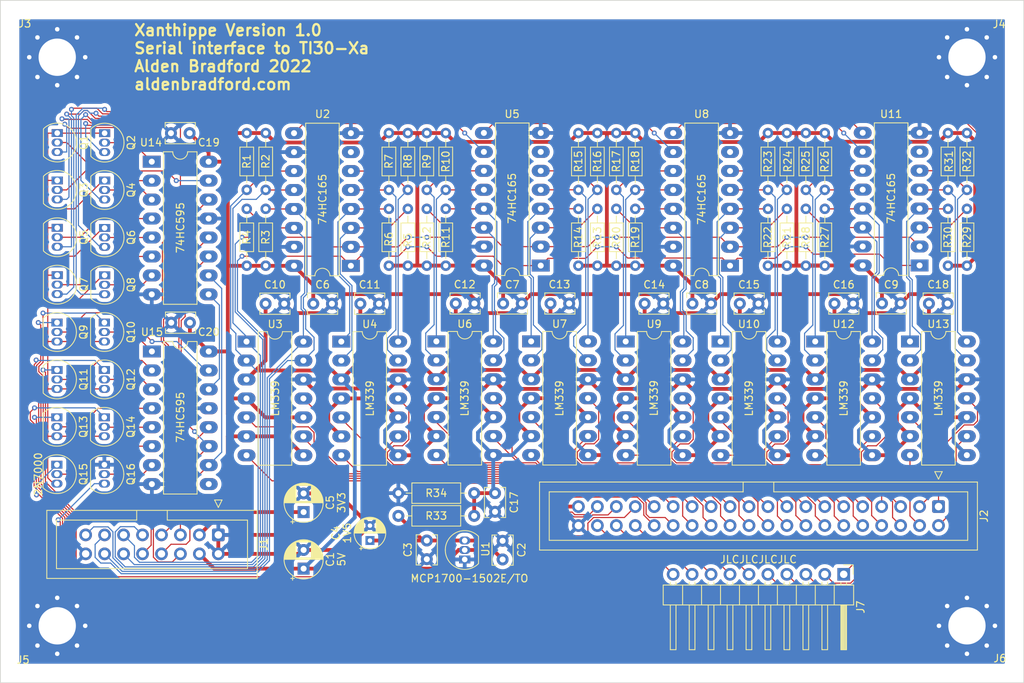
<source format=kicad_pcb>
(kicad_pcb (version 20211014) (generator pcbnew)
  (layers (0 "F.Cu" signal) (31 "B.Cu" power) (37 "F.SilkS" user "F.Silkscreen") (38 "B.Mask" user) (39 "F.Mask" user) (44 "Edge.Cuts" user))
  (net 0 "")
  (net 1 "+5V")
  (net 2 "GND")
  (net 3 "+1V5")
  (net 4 "+3V3")
  (net 5 "/LCD Reading/Comparator reference")
  (net 6 "/Keypad Driving/CLOCK")
  (net 7 "/Keypad Driving/DATA")
  (net 8 "/Keypad Driving/SHOW")
  (net 9 "/Keypad Driving/~{BLANK}")
  (net 10 "/LCD Reading/CLOCK")
  (net 11 "/LCD Reading/DATA")
  (net 12 "/LCD Reading/DAT-1")
  (net 13 "/LCD Reading/DAT-2")
  (net 14 "/LCD Reading/DAT-3")
  (net 15 "/LCD Reading/DAT-4")
  (net 16 "/LCD Reading/~{SAMPLE}")
  (net 17 "/LCD Reading/LCD-31")
  (net 18 "/LCD Reading/LCD-32")
  (net 19 "/LCD Reading/LCD-29")
  (net 20 "/LCD Reading/LCD-30")
  (net 21 "/LCD Reading/LCD-27")
  (net 22 "/LCD Reading/LCD-28")
  (net 23 "/LCD Reading/LCD-25")
  (net 24 "/LCD Reading/LCD-26")
  (net 25 "/LCD Reading/LCD-23")
  (net 26 "/LCD Reading/LCD-24")
  (net 27 "/LCD Reading/LCD-21")
  (net 28 "/LCD Reading/LCD-22")
  (net 29 "/LCD Reading/LCD-19")
  (net 30 "/LCD Reading/LCD-20")
  (net 31 "/LCD Reading/LCD-17")
  (net 32 "/LCD Reading/LCD-18")
  (net 33 "/LCD Reading/LCD-15")
  (net 34 "/LCD Reading/LCD-16")
  (net 35 "/LCD Reading/LCD-13")
  (net 36 "/LCD Reading/LCD-14")
  (net 37 "/LCD Reading/LCD-11")
  (net 38 "/LCD Reading/LCD-12")
  (net 39 "/LCD Reading/LCD-9")
  (net 40 "/LCD Reading/LCD-10")
  (net 41 "/LCD Reading/LCD-7")
  (net 42 "/LCD Reading/LCD-8")
  (net 43 "/LCD Reading/LCD-5")
  (net 44 "/LCD Reading/LCD-6")
  (net 45 "/LCD Reading/LCD-3")
  (net 46 "/LCD Reading/LCD-4")
  (net 47 "/LCD Reading/LCD-1")
  (net 48 "/LCD Reading/LCD-2")
  (net 49 "/Keypad Driving/B0")
  (net 50 "/Keypad Driving/A0")
  (net 51 "/Keypad Driving/B1")
  (net 52 "/Keypad Driving/A1")
  (net 53 "/Keypad Driving/B2")
  (net 54 "/Keypad Driving/A2")
  (net 55 "/Keypad Driving/A3")
  (net 56 "/Keypad Driving/A4")
  (net 57 "/Keypad Driving/A5")
  (net 58 "/Keypad Driving/A6")
  (net 59 "/Keypad Driving/A7")
  (net 60 "/Keypad Driving/B3")
  (net 61 "/Keypad Driving/B4")
  (net 62 "/Keypad Driving/B5")
  (net 63 "/Keypad Driving/B6")
  (net 64 "/Keypad Driving/RESET")
  (net 65 "Net-(Q1-Pad1)")
  (net 66 "/LCD Reading/DAT-5")
  (net 67 "/LCD Reading/DAT-6")
  (net 68 "/LCD Reading/DAT-7")
  (net 69 "/LCD Reading/DAT-8")
  (net 70 "/LCD Reading/DAT-9")
  (net 71 "/LCD Reading/DAT-10")
  (net 72 "/LCD Reading/DAT-11")
  (net 73 "/LCD Reading/DAT-12")
  (net 74 "/LCD Reading/DAT-13")
  (net 75 "/LCD Reading/DAT-14")
  (net 76 "/LCD Reading/DAT-15")
  (net 77 "/LCD Reading/DAT-16")
  (net 78 "/LCD Reading/DAT-17")
  (net 79 "/LCD Reading/DAT-18")
  (net 80 "/LCD Reading/DAT-19")
  (net 81 "/LCD Reading/DAT-20")
  (net 82 "/LCD Reading/DAT-21")
  (net 83 "/LCD Reading/DAT-22")
  (net 84 "/LCD Reading/DAT-23")
  (net 85 "/LCD Reading/DAT-24")
  (net 86 "/LCD Reading/DAT-25")
  (net 87 "/LCD Reading/DAT-26")
  (net 88 "/LCD Reading/DAT-27")
  (net 89 "/LCD Reading/DAT-28")
  (net 90 "/LCD Reading/DAT-29")
  (net 91 "/LCD Reading/DAT-30")
  (net 92 "/LCD Reading/DAT-31")
  (net 93 "/LCD Reading/DAT-32")
  (net 95 "Net-(U2-Pad9)")
  (net 97 "Net-(U5-Pad9)")
  (net 99 "Net-(U11-Pad10)")
  (net 101 "Net-(U14-Pad9)")
  (net 103 "/Keypad Driving/XA0")
  (net 104 "/Keypad Driving/XA1")
  (net 105 "/Keypad Driving/XA2")
  (net 106 "/Keypad Driving/XA3")
  (net 107 "/Keypad Driving/XA4")
  (net 108 "/Keypad Driving/XA5")
  (net 109 "/Keypad Driving/XA6")
  (net 110 "/Keypad Driving/XA7")
  (net 111 "/Keypad Driving/XB0")
  (net 112 "/Keypad Driving/XB1")
  (net 113 "/Keypad Driving/XB2")
  (net 114 "/Keypad Driving/XB3")
  (net 115 "/Keypad Driving/XB4")
  (net 116 "/Keypad Driving/XB5")
  (net 117 "/Keypad Driving/XB6")
  (net 118 "/Keypad Driving/XRESET")
  (footprint "Resistor_THT:R_Axial_DIN0204_L3.6mm_D1.6mm_P7.62mm_Horizontal" (layer "F.Cu") (at 105.41 60.96 90)
    (fp_text reference "R13")
    (fp_text value "100K")
  )
  (footprint "Capacitor_THT:CP_Radial_D5.0mm_P2.50mm" (layer "F.Cu") (at 66.04 93.98 90)
    (fp_text reference "C5")
    (fp_text value "100uF")
  )
  (footprint "Capacitor_THT:C_Disc_D3.8mm_W2.6mm_P2.50mm" (layer "F.Cu") (at 92.71 100.33 90)
    (fp_text reference "C2")
    (fp_text value "0.1uF")
  )
  (footprint "MountingHole:MountingHole_5mm_Pad_Via" (layer "F.Cu") (at 154.94 33.02)
    (fp_text reference "J4")
    (fp_text value "Conn_01x01")
  )
  (footprint "Resistor_THT:R_Axial_DIN0204_L3.6mm_D1.6mm_P7.62mm_Horizontal" (layer "F.Cu") (at 85.09 60.96 90)
    (fp_text reference "R11")
    (fp_text value "100K")
  )
  (footprint "Package_TO_SOT_THT:TO-92_Inline" (layer "F.Cu") (at 39.37 62.245 -90)
    (fp_text reference "Q8")
    (fp_text value "2N7000")
  )
  (footprint "Capacitor_THT:C_Disc_D3.8mm_W2.6mm_P2.50mm" (layer "F.Cu") (at 50.8 68.595 180)
    (fp_text reference "C20")
    (fp_text value "0.1uF")
  )
  (footprint "Package_DIP:DIP-14_W7.62mm_LongPads" (layer "F.Cu") (at 109.205 71.115)
    (fp_text reference "U9")
    (fp_text value "LM339")
  )
  (footprint "Resistor_THT:R_Axial_DIN0207_L6.3mm_D2.5mm_P10.16mm_Horizontal" (layer "F.Cu") (at 78.74 94.488)
    (fp_text reference "R33")
    (fp_text value "100R")
  )
  (footprint "Resistor_THT:R_Axial_DIN0204_L3.6mm_D1.6mm_P7.62mm_Horizontal" (layer "F.Cu") (at 82.55 43.18 -90)
    (fp_text reference "R9")
    (fp_text value "100K")
  )
  (footprint "Capacitor_THT:CP_Radial_D4.0mm_P2.00mm" (layer "F.Cu") (at 74.93 97.79 90)
    (fp_text reference "C4")
    (fp_text value "10uF")
  )
  (footprint "Capacitor_THT:C_Disc_D3.8mm_W2.6mm_P2.50mm" (layer "F.Cu") (at 82.55 97.79 -90)
    (fp_text reference "C3")
    (fp_text value "0.1uF")
  )
  (footprint "Resistor_THT:R_Axial_DIN0204_L3.6mm_D1.6mm_P7.62mm_Horizontal" (layer "F.Cu") (at 135.89 60.96 90)
    (fp_text reference "R27")
    (fp_text value "100K")
  )
  (footprint "Resistor_THT:R_Axial_DIN0204_L3.6mm_D1.6mm_P7.62mm_Horizontal" (layer "F.Cu") (at 128.27 43.18 -90)
    (fp_text reference "R23")
    (fp_text value "100K")
  )
  (footprint "Package_DIP:DIP-16_W7.62mm_LongPads" (layer "F.Cu") (at 123.19 60.96 180)
    (fp_text reference "U8")
    (fp_text value "74HC165")
  )
  (footprint "MountingHole:MountingHole_5mm_Pad_Via" (layer "F.Cu") (at 154.94 109.22)
    (fp_text reference "J6")
    (fp_text value "Conn_01x01")
  )
  (footprint "Capacitor_THT:C_Disc_D3.8mm_W2.6mm_P2.50mm" (layer "F.Cu") (at 137.185 66.035)
    (fp_text reference "C16")
    (fp_text value "0.1uF")
  )
  (footprint "Resistor_THT:R_Axial_DIN0207_L6.3mm_D2.5mm_P10.16mm_Horizontal" (layer "F.Cu") (at 88.9 91.44 180)
    (fp_text reference "R34")
    (fp_text value "100R")
  )
  (footprint "Package_TO_SOT_THT:TO-92_Inline" (layer "F.Cu") (at 39.37 49.545 -90)
    (fp_text reference "Q4")
    (fp_text value "2N7000")
  )
  (footprint "Package_DIP:DIP-14_W7.62mm_LongPads" (layer "F.Cu") (at 147.305 71.11)
    (fp_text reference "U13")
    (fp_text value "LM339")
  )
  (footprint "Resistor_THT:R_Axial_DIN0204_L3.6mm_D1.6mm_P7.62mm_Horizontal" (layer "F.Cu") (at 154.94 43.18 -90)
    (fp_text reference "R32")
    (fp_text value "100K")
  )
  (footprint "Resistor_THT:R_Axial_DIN0204_L3.6mm_D1.6mm_P7.62mm_Horizontal" (layer "F.Cu") (at 80.01 43.18 -90)
    (fp_text reference "R8")
    (fp_text value "100K")
  )
  (footprint "Capacitor_THT:C_Disc_D3.8mm_W2.6mm_P2.50mm" (layer "F.Cu") (at 95.28 66.025 180)
    (fp_text reference "C7")
    (fp_text value "0.1uF")
  )
  (footprint "Package_TO_SOT_THT:TO-92_Inline" (layer "F.Cu") (at 39.37 43.195 -90)
    (fp_text reference "Q2")
    (fp_text value "2N7000")
  )
  (footprint "Package_DIP:DIP-14_W7.62mm_LongPads" (layer "F.Cu") (at 96.535 71.1)
    (fp_text reference "U7")
    (fp_text value "LM339")
  )
  (footprint "Resistor_THT:R_Axial_DIN0204_L3.6mm_D1.6mm_P7.62mm_Horizontal" (layer "F.Cu") (at 102.87 43.18 -90)
    (fp_text reference "R15")
    (fp_text value "100K")
  )
  (footprint "Resistor_THT:R_Axial_DIN0204_L3.6mm_D1.6mm_P7.62mm_Horizontal" (layer "F.Cu") (at 105.41 43.18 -90)
    (fp_text reference "R16")
    (fp_text value "100K")
  )
  (footprint "Resistor_THT:R_Axial_DIN0204_L3.6mm_D1.6mm_P7.62mm_Horizontal" (layer "F.Cu") (at 110.49 43.18 -90)
    (fp_text reference "R18")
    (fp_text value "100K")
  )
  (footprint "Package_TO_SOT_THT:TO-92_Inline" (layer "F.Cu") (at 39.34 87.63 -90)
    (fp_text reference "Q16")
    (fp_text value "2N7000")
  )
  (footprint "Package_TO_SOT_THT:TO-92_Inline" (layer "F.Cu") (at 33.02 55.88 -90)
    (fp_text reference "Q5")
    (fp_text value "2N7000")
  )
  (footprint "Resistor_THT:R_Axial_DIN0204_L3.6mm_D1.6mm_P7.62mm_Horizontal" (layer "F.Cu") (at 152.4 60.96 90)
    (fp_text reference "R30")
    (fp_text value "100K")
  )
  (footprint "Capacitor_THT:C_Disc_D3.8mm_W2.6mm_P2.50mm" (layer "F.Cu") (at 111.745 66.04)
    (fp_text reference "C14")
    (fp_text value "0.1uF")
  )
  (footprint "MountingHole:MountingHole_5mm_Pad_Via" (layer "F.Cu") (at 33.02 33.02)
    (fp_text reference "J3")
    (fp_text value "Conn_01x01")
  )
  (footprint "Resistor_THT:R_Axial_DIN0204_L3.6mm_D1.6mm_P7.62mm_Horizontal" (layer "F.Cu") (at 135.89 43.18 -90)
    (fp_text reference "R26")
    (fp_text value "100K")
  )
  (footprint "Package_DIP:DIP-16_W7.62mm_LongPads" (layer "F.Cu") (at 72.375 60.975 180)
    (fp_text reference "U2")
    (fp_text value "74HC165")
  )
  (footprint "Resistor_THT:R_Axial_DIN0204_L3.6mm_D1.6mm_P7.62mm_Horizontal" (layer "F.Cu") (at 133.35 43.18 -90)
    (fp_text reference "R25")
    (fp_text value "100K")
  )
  (footprint "Resistor_THT:R_Axial_DIN0204_L3.6mm_D1.6mm_P7.62mm_Horizontal" (layer "F.Cu") (at 110.49 60.96 90)
    (fp_text reference "R19")
    (fp_text value "100K")
  )
  (footprint "Resistor_THT:R_Axial_DIN0204_L3.6mm_D1.6mm_P7.62mm_Horizontal" (layer "F.Cu") (at 107.95 60.96 90)
    (fp_text reference "R20")
    (fp_text value "100K")
  )
  (footprint "Package_TO_SOT_THT:TO-92_Inline" (layer "F.Cu") (at 33.02 43.18 -90)
    (fp_text reference "Q1")
    (fp_text value "2N7000")
  )
  (footprint "Package_TO_SOT_THT:TO-92_Inline" (layer "F.Cu") (at 32.99 74.93 -90)
    (fp_text reference "Q11")
    (fp_text value "2N7000")
  )
  (footprint "Resistor_THT:R_Axial_DIN0204_L3.6mm_D1.6mm_P7.62mm_Horizontal" (layer "F.Cu") (at 60.96 43.18 -90)
    (fp_text reference "R2")
    (fp_text value "100K")
  )
  (footprint "Resistor_THT:R_Axial_DIN0204_L3.6mm_D1.6mm_P7.62mm_Horizontal" (layer "F.Cu") (at 77.47 60.96 90)
    (fp_text reference "R6")
    (fp_text value "100K")
  )
  (footprint "Package_TO_SOT_THT:TO-92_Inline" (layer "F.Cu") (at 39.325 81.28 -90)
    (fp_text reference "Q14")
    (fp_text value "2N7000")
  )
  (footprint "Resistor_THT:R_Axial_DIN0204_L3.6mm_D1.6mm_P7.62mm_Horizontal" (layer "F.Cu") (at 130.81 60.96 90)
    (fp_text reference "R21")
    (fp_text value "100K")
  )
  (footprint "Capacitor_THT:C_Disc_D3.8mm_W2.6mm_P2.50mm" (layer "F.Cu") (at 73.645 66.055)
    (fp_text reference "C11")
    (fp_text value "0.1uF")
  )
  (footprint "Connector_PinHeader_2.54mm:PinHeader_1x10_P2.54mm_Horizontal" (layer "F.Cu") (at 138.425 102.32 -90)
    (fp_text reference "J7")
    (fp_text value "Conn_01x10_TI30XA")
  )
  (footprint "Package_TO_SOT_THT:TO-92_Inline" (layer "F.Cu") (at 32.99 68.58 -90)
    (fp_text reference "Q9")
    (fp_text value "2N7000")
  )
  (footprint "Package_DIP:DIP-14_W7.62mm_LongPads" (layer "F.Cu") (at 71.09 71.13)
    (fp_text reference "U4")
    (fp_text value "LM339")
  )
  (footprint "Capacitor_THT:C_Disc_D3.8mm_W2.6mm_P2.50mm" (layer "F.Cu") (at 99.13 66.025)
    (fp_text reference "C13")
    (fp_text value "0.1uF")
  )
  (footprint "Package_TO_SOT_THT:TO-92_Inline" (layer "F.Cu") (at 39.34 68.58 -90)
    (fp_text reference "Q10")
    (fp_text value "2N7000")
  )
  (footprint "Resistor_THT:R_Axial_DIN0204_L3.6mm_D1.6mm_P7.62mm_Horizontal" (layer "F.Cu") (at 128.27 60.96 90)
    (fp_text reference "R22")
    (fp_text value "100K")
  )
  (footprint "Package_TO_SOT_THT:TO-92_Inline" (layer "F.Cu") (at 87.63 100.33 90)
    (fp_text reference "U1")
    (fp_text value "MCP1700-1502E/TO")
  )
  (footprint "Resistor_THT:R_Axial_DIN0204_L3.6mm_D1.6mm_P7.62mm_Horizontal" (layer "F.Cu") (at 154.94 60.96 90)
    (fp_text reference "R29")
    (fp_text value "100K")
  )
  (footprint "Package_TO_SOT_THT:TO-92_Inline" (layer "F.Cu") (at 33.02 62.23 -90)
    (fp_text reference "Q7")
    (fp_text value "2N7000")
  )
  (footprint "Package_DIP:DIP-14_W7.62mm_LongPads" (layer "F.Cu") (at 58.39 71.13)
    (fp_text reference "U3")
    (fp_text value "LM339")
  )
  (footprint "Capacitor_THT:C_Disc_D3.8mm_W2.6mm_P2.50mm" (layer "F.Cu") (at 48.26 43.195)
    (fp_text reference "C19")
    (fp_text value "0.1uF")
  )
  (footprint "Package_DIP:DIP-16_W7.62mm_LongPads" (layer "F.Cu") (at 45.705 72.45)
    (fp_text reference "U15")
    (fp_text value "74HC595")
  )
  (footprint "Resistor_THT:R_Axial_DIN0204_L3.6mm_D1.6mm_P7.62mm_Horizontal" (layer "F.Cu") (at 82.55 60.96 90)
    (fp_text reference "R12")
    (fp_text value "100K")
  )
  (footprint "Capacitor_THT:C_Disc_D3.8mm_W2.6mm_P2.50mm" (layer "F.Cu") (at 149.845 66.035)
    (fp_text reference "C18")
    (fp_text value "0.1uF")
  )
  (footprint "Resistor_THT:R_Axial_DIN0204_L3.6mm_D1.6mm_P7.62mm_Horizontal" (layer "F.Cu") (at 60.96 60.96 90)
    (fp_text reference "R3")
    (fp_text value "100K")
  )
  (footprint "Capacitor_THT:C_Disc_D3.8mm_W2.6mm_P2.50mm" (layer "F.Cu") (at 60.945 66.055)
    (fp_text reference "C10")
    (fp_text value "0.1uF")
  )
  (footprint "Capacitor_THT:CP_Radial_D5.0mm_P2.50mm" (layer "F.Cu") (at 66.04 101.56 90)
    (fp_text reference "C1")
    (fp_text value "100uF")
  )
  (footprint "Package_DIP:DIP-14_W7.62mm_LongPads" (layer "F.Cu") (at 121.92 71.12)
    (fp_text reference "U10")
    (fp_text value "LM339")
  )
  (footprint "Package_TO_SOT_THT:TO-92_Inline" (layer "F.Cu") (at 39.37 55.895 -90)
    (fp_text reference "Q6")
    (fp_text value "2N7000")
  )
  (footprint "Package_DIP:DIP-16_W7.62mm_LongPads" (layer "F.Cu") (at 45.69 47.02)
    (fp_text reference "U14")
    (fp_text value "74HC595")
  )
  (footprint "Package_TO_SOT_THT:TO-92_Inline" (layer "F.Cu") (at 32.975 81.28 -90)
    (fp_text reference "Q13")
    (fp_text value "2N7000")
  )
  (footprint "Package_DIP:DIP-14_W7.62mm_LongPads" (layer "F.Cu") (at 134.605 71.115)
    (fp_text reference "U12")
    (fp_text value "LM339")
  )
  (footprint "Package_TO_SOT_THT:TO-92_Inline" (layer "F.Cu") (at 39.34 74.93 -90)
    (fp_text reference "Q12")
    (fp_text value "2N7000")
  )
  (footprint "Resistor_THT:R_Axial_DIN0204_L3.6mm_D1.6mm_P7.62mm_Horizontal" (layer "F.Cu") (at 80.01 60.96 90)
    (fp_text reference "R5")
    (fp_text value "100K")
  )
  (footprint "Resistor_THT:R_Axial_DIN0204_L3.6mm_D1.6mm_P7.62mm_Horizontal" (layer "F.Cu") (at 58.42 60.96 90)
    (fp_text reference "R4")
    (fp_text value "100K")
  )
  (footprint "Package_TO_SOT_THT:TO-92_Inline" (layer "F.Cu") (at 32.975 87.63 -90)
    (fp_text reference "Q15")
    (fp_text value "2N7000")
  )
  (footprint "Resistor_THT:R_Axial_DIN0204_L3.6mm_D1.6mm_P7.62mm_Horizontal" (layer "F.Cu") (at 102.87 60.96 90)
    (fp_text reference "R14")
    (fp_text value "100K")
  )
  (footprint "Package_DIP:DIP-16_W7.62mm_LongPads" (layer "F.Cu") (at 97.82 60.945 180)
    (fp_text reference "U5")
    (fp_text value "74HC165")
  )
  (footprint "Resistor_THT:R_Axial_DIN0204_L3.6mm_D1.6mm_P7.62mm_Horizontal" (layer "F.Cu") (at 130.81 43.18 -90)
    (fp_text reference "R24")
    (fp_text value "100K")
  )
  (footprint "Connector_IDC:IDC-Header_2x08_P2.54mm_Vertical" (layer "F.Cu") (at 54.61 97.0375 -90)
    (fp_text reference "J1")
    (fp_text value "Conn_02x08_Interface_Side")
  )
  (footprint "MountingHole:MountingHole_5mm_Pad_Via" (layer "F.Cu") (at 33.02 109.22)
    (fp_text reference "J5")
    (fp_text value "Conn_01x01")
  )
  (footprint "Package_DIP:DIP-16_W7.62mm_LongPads" (layer "F.Cu") (at 148.59 60.925 180)
    (fp_text reference "U11")
    (fp_text value "74HC165")
  )
  (footprint "Resistor_THT:R_Axial_DIN0204_L3.6mm_D1.6mm_P7.62mm_Horizontal" (layer "F.Cu") (at 152.4 43.18 -90)
    (fp_text reference "R31")
    (fp_text value "100K")
  )
  (footprint "Package_TO_SOT_THT:TO-92_Inline" (layer "F.Cu") (at 33.02 49.53 -90)
    (fp_text reference "Q3")
    (fp_text value "2N7000")
  )
  (footprint "Capacitor_THT:C_Disc_D3.8mm_W2.6mm_P2.50mm" (layer "F.Cu") (at 91.694 91.44 -90)
    (fp_text reference "C17")
    (fp_text value "0.1uF")
  )
  (footprint "Resistor_THT:R_Axial_DIN0204_L3.6mm_D1.6mm_P7.62mm_Horizontal" (layer "F.Cu") (at 133.35 60.96 90)
    (fp_text reference "R28")
    (fp_text value "100K")
  )
  (footprint "Capacitor_THT:C_Disc_D3.8mm_W2.6mm_P2.50mm" (layer "F.Cu") (at 124.5 66.04)
    (fp_text reference "C15")
    (fp_text value "0.1uF")
  )
  (footprint "Resistor_THT:R_Axial_DIN0204_L3.6mm_D1.6mm_P7.62mm_Horizontal" (layer "F.Cu") (at 85.09 43.18 -90)
    (fp_text reference "R10")
    (fp_text value "100K")
  )
  (footprint "Resistor_THT:R_Axial_DIN0204_L3.6mm_D1.6mm_P7.62mm_Horizontal" (layer "F.Cu") (at 77.47 43.18 -90)
    (fp_text reference "R7")
    (fp_text value "100K")
  )
  (footprint "Resistor_THT:R_Axial_DIN0204_L3.6mm_D1.6mm_P7.62mm_Horizontal" (layer "F.Cu") (at 58.42 43.18 -90)
    (fp_text reference "R1")
    (fp_text value "100K")
  )
  (footprint "Capacitor_THT:C_Disc_D3.8mm_W2.6mm_P2.50mm" (layer "F.Cu") (at 120.65 66.04 180)
    (fp_text reference "C8")
    (fp_text value "0.1uF")
  )
  (footprint "Connector_IDC:IDC-Header_2x20_P2.54mm_Vertical" (layer "F.Cu") (at 151.13 93.2425 -90)
    (fp_text reference "J2")
    (fp_text value "Conn_02x20_TI30XA")
  )
  (footprint "Capacitor_THT:C_Disc_D3.8mm_W2.6mm_P2.50mm" (layer "F.Cu") (at 86.43 66.025)
    (fp_text reference "C12")
    (fp_text value "0.1uF")
  )
  (footprint "Capacitor_THT:C_Disc_D3.8mm_W2.6mm_P2.50mm" (layer "F.Cu") (at 146.05 66.005 180)
    (fp_text reference "C9")
    (fp_text value "0.1uF")
  )
  (footprint "Package_DIP:DIP-14_W7.62mm_LongPads" (layer "F.Cu") (at 83.835 71.1)
    (fp_text reference "U6")
    (fp_text value "LM339")
  )
  (footprint "Capacitor_THT:C_Disc_D3.8mm_W2.6mm_P2.50mm" (layer "F.Cu") (at 69.835 66.055 180)
    (fp_text reference "C6")
    (fp_text value "0.1uF")
  )
  (footprint "Resistor_THT:R_Axial_DIN0204_L3.6mm_D1.6mm_P7.62mm_Horizontal" (layer "F.Cu") (at 107.95 43.18 -90)
    (fp_text reference "R17")
    (fp_text value "100K")
  )
  (gr_rect (start 25.4 25.4) (end 162.56 116.84) (layer "Edge.Cuts") (width 0.1) (fill none))
  (gr_text "LM339" (at 125.73 78.74 90) (layer "F.SilkS") (effects (font (size 1 1))))
  (gr_text "74HC165" (at 93.98 51.943 90) (layer "F.SilkS") (effects (font (size 1 1))))
  (gr_text "74HC595" (at 49.53 55.88 90) (layer "F.SilkS") (effects (font (size 1 1))))
  (gr_text "LM339" (at 62.23 78.74 90) (layer "F.SilkS") (effects (font (size 1 1))))
  (gr_text "LM339" (at 87.63 78.74 90) (layer "F.SilkS") (effects (font (size 1 1))))
  (gr_text "LM339" (at 112.992711 78.711321 90) (layer "F.SilkS") (effects (font (size 1 1))))
  (gr_text "74HC165" (at 144.78 51.943 90) (layer "F.SilkS") (effects (font (size 1 1))))
  (gr_text "1V5" (at 71.882 96.79 90) (layer "F.SilkS") (effects (font (size 1 1))))
  (gr_text "74HC165" (at 119.38 52.07 90) (layer "F.SilkS") (effects (font (size 1 1))))
  (gr_text "3V3" (at 71.12 92.71 90) (layer "F.SilkS") (effects (font (size 1 1))))
  (gr_text "LM339" (at 138.43 78.74 90) (layer "F.SilkS") (effects (font (size 1 1))))
  (gr_text "LM339" (at 74.93 78.75 90) (layer "F.SilkS") (effects (font (size 1 1))))
  (gr_text "2N7000" (at 30.48 88.9 90) (layer "F.SilkS") (effects (font (size 1 1))))
  (gr_text "LM339" (at 100.33 78.74 90) (layer "F.SilkS") (effects (font (size 1 1))))
  (gr_text "JLCJLCJLCJLC" (at 127 100.33) (layer "F.SilkS") (effects (font (size 1 1))))
  (gr_text "74HC595" (at 49.53 81.28 90) (layer "F.SilkS") (effects (font (size 1 1))))
  (gr_text "MCP1700-1502E/TO" (at 88.265 102.87) (layer "F.SilkS") (effects (font (size 1 1))))
  (gr_text "74HC165" (at 68.58 52.07 90) (layer "F.SilkS") (effects (font (size 1 1))))
  (gr_text "5V" (at 71.12 100.33 90) (layer "F.SilkS") (effects (font (size 1 1))))
  (gr_text "Xanthippe Version 1.0\nSerial interface to TI30-Xa\nAlden Bradford 2022\naldenbradford.com" (at 43.18 33.02) (layer "F.SilkS") (effects (font (size 1.5 1.5) (thickness 0.3)) (justify left)))
  (gr_text "LM339" (at 151.13 78.73 90) (layer "F.SilkS") (effects (font (size 1 1))))
  (segment (start 110.47 74.93) (end 120.65 74.93) (width 0.508) (layer "F.Cu") (net 1))
  (segment (start 107.94 74.93) (end 109.205 76.195) (width 0.508) (layer "F.Cu") (net 1))
  (segment (start 87.63 99.06) (end 91.44 99.06) (width 0.508) (layer "F.Cu") (net 1))
  (segment (start 99.13 66.025) (end 99.13 73.585) (width 0.508) (layer "F.Cu") (net 1))
  (segment (start 86.43 73.585) (end 83.835 76.18) (width 0.508) (layer "F.Cu") (net 1))
  (segment (start 66.04 101.56) (end 54.0525 101.56) (width 0.508) (layer "F.Cu") (net 1))
  (segment (start 71.09 76.21) (end 72.2964 75.0036) (width 0.508) (layer "F.Cu") (net 1))
  (segment (start 84.3122 101.56) (end 86.8122 99.06) (width 0.508) (layer "F.Cu") (net 1))
  (segment (start 149.845 66.035) (end 149.845 73.65) (width 0.508) (layer "F.Cu") (net 1))
  (segment (start 137.185 73.615) (end 134.605 76.195) (width 0.508) (layer "F.Cu") (net 1))
  (segment (start 59.5964 75.0036) (end 69.8836 75.0036) (width 0.508) (layer "F.Cu") (net 1))
  (segment (start 124.5 66.04) (end 124.5 73.62) (width 0.508) (layer "F.Cu") (net 1))
  (segment (start 54.0525 101.56) (end 52.07 99.5775) (width 0.508) (layer "F.Cu") (net 1))
  (segment (start 86.43 66.025) (end 86.43 73.585) (width 0.508) (layer "F.Cu") (net 1))
  (segment (start 85.085 74.93) (end 95.285 74.93) (width 0.508) (layer "F.Cu") (net 1))
  (segment (start 99.13 73.585) (end 96.535 76.18) (width 0.508) (layer "F.Cu") (net 1))
  (segment (start 60.945 73.655) (end 60.945 66.055) (width 0.508) (layer "F.Cu") (net 1))
  (segment (start 135.87 74.93) (end 146.045 74.93) (width 0.508) (layer "F.Cu") (net 1))
  (segment (start 97.785 74.93) (end 107.94 74.93) (width 0.508) (layer "F.Cu") (net 1))
  (segment (start 137.185 66.035) (end 137.185 73.615) (width 0.508) (layer "F.Cu") (net 1))
  (segment (start 58.39 76.21) (end 59.5964 75.0036) (width 0.508) (layer "F.Cu") (net 1))
  (segment (start 86.8122 99.06) (end 87.63 99.06) (width 0.508) (layer "F.Cu") (net 1))
  (segment (start 72.2964 75.0036) (end 82.6586 75.0036) (width 0.508) (layer "F.Cu") (net 1))
  (segment (start 66.04 101.56) (end 84.3122 101.56) (width 0.508) (layer "F.Cu") (net 1))
  (segment (start 111.745 66.04) (end 111.745 73.655) (width 0.508) (layer "F.Cu") (net 1))
  (segment (start 58.39 76.21) (end 60.945 73.655) (width 0.508) (layer "F.Cu") (net 1))
  (segment (start 73.645 66.055) (end 73.645 73.655) (width 0.508) (layer "F.Cu") (net 1))
  (segment (start 146.045 74.93) (end 147.305 76.19) (width 0.508) (layer "F.Cu") (net 1))
  (segment (start 69.8836 75.0036) (end 71.09 76.21) (width 0.508) (layer "F.Cu") (net 1))
  (segment (start 73.645 73.655) (end 71.09 76.21) (width 0.508) (layer "F.Cu") (net 1))
  (segment (start 121.92 76.2) (end 123.19 74.93) (width 0.508) (layer "F.Cu") (net 1))
  (segment (start 133.34 74.93) (end 134.605 76.195) (width 0.508) (layer "F.Cu") (net 1))
  (segment (start 95.285 74.93) (end 96.535 76.18) (width 0.508) (layer "F.Cu") (net 1))
  (segment (start 109.205 76.195) (end 110.47 74.93) (width 0.508) (layer "F.Cu") (net 1))
  (segment (start 91.44 99.06) (end 92.71 100.33) (width 0.508) (layer "F.Cu") (net 1))
  (segment (start 120.65 74.93) (end 121.92 76.2) (width 0.508) (layer "F.Cu") (net 1))
  (segment (start 82.6586 75.0036) (end 83.835 76.18) (width 0.508) (layer "F.Cu") (net 1))
  (segment (start 134.605 76.195) (end 135.87 74.93) (width 0.508) (layer "F.Cu") (net 1))
  (segment (start 111.745 73.655) (end 109.205 76.195) (width 0.508) (layer "F.Cu") (net 1))
  (segment (start 124.5 73.62) (end 121.92 76.2) (width 0.508) (layer "F.Cu") (net 1))
  (segment (start 123.19 74.93) (end 133.34 74.93) (width 0.508) (layer "F.Cu") (net 1))
  (segment (start 83.835 76.18) (end 85.085 74.93) (width 0.508) (layer "F.Cu") (net 1))
  (segment (start 149.845 73.65) (end 147.305 76.19) (width 0.508) (layer "F.Cu") (net 1))
  (segment (start 96.535 76.18) (end 97.785 74.93) (width 0.508) (layer "F.Cu") (net 1))
  (segment (start 72.898 78.018) (end 71.09 76.21) (width 0.508) (layer "B.Cu") (net 1))
  (segment (start 72.898 94.702) (end 72.898 78.018) (width 0.508) (layer "B.Cu") (net 1))
  (segment (start 66.04 101.56) (end 72.898 94.702) (width 0.508) (layer "B.Cu") (net 1))
  (segment (start 115.515 67.31) (end 119.38 67.31) (width 0.508) (layer "F.Cu") (net 2))
  (segment (start 114.245 66.04) (end 115.515 67.31) (width 0.508) (layer "F.Cu") (net 2))
  (segment (start 139.685 66.035) (end 140.96 67.31) (width 0.508) (layer "F.Cu") (net 2))
  (segment (start 88.93 66.025) (end 90.215 67.31) (width 0.508) (layer "F.Cu") (net 2))
  (segment (start 102.865 77.47) (end 104.155 76.18) (width 0.508) (layer "F.Cu") (net 2))
  (segment (start 66.01 76.21) (end 67.2164 77.4164) (width 0.508) (layer "F.Cu") (net 2))
  (segment (start 142.235 76.195) (end 143.51 77.47) (width 0.508) (layer "F.Cu") (net 2))
  (segment (start 128.27 77.47) (end 129.54 76.2) (width 0.508) (layer "F.Cu") (net 2))
  (segment (start 128.27 64.77) (end 138.42 64.77) (width 0.508) (layer "F.Cu") (net 2))
  (segment (start 119.38 67.31) (end 120.65 66.04) (width 0.508) (layer "F.Cu") (net 2))
  (segment (start 69.835 66.055) (end 68.58 67.31) (width 0.508) (layer "F.Cu") (net 2))
  (segment (start 127 66.04) (end 128.27 64.77) (width 0.508) (layer "F.Cu") (net 2))
  (segment (start 121.92 64.77) (end 125.73 64.77) (width 0.508) (layer "F.Cu") (net 2))
  (segment (start 90.215 67.31) (end 93.995 67.31) (width 0.508) (layer "F.Cu") (net 2))
  (segment (start 102.87 64.785) (end 102.87 64.77) (width 0.508) (layer "F.Cu") (net 2))
  (segment (start 118.1 77.47) (end 128.27 77.47) (width 0.508) (layer "F.Cu") (net 2))
  (segment (start 116.825 76.195) (end 118.1 77.47) (width 0.508) (layer "F.Cu") (net 2))
  (segment (start 153.645 77.47) (end 154.925 76.19) (width 0.508) (layer "F.Cu") (net 2))
  (segment (start 104.155 76.18) (end 105.445 77.47) (width 0.508) (layer "F.Cu") (net 2))
  (segment (start 140.96 67.31) (end 144.745 67.31) (width 0.508) (layer "F.Cu") (net 2))
  (segment (start 125.73 64.77) (end 127 66.04) (width 0.508) (layer "F.Cu") (net 2))
  (segment (start 100.375 64.77) (end 101.63 66.025) (width 0.508) (layer "F.Cu") (net 2))
  (segment (start 151.08 64.77) (end 152.345 66.035) (width 0.508) (layer "F.Cu") (net 2))
  (segment (start 77.43 64.77) (end 88.265 64.77) (width 0.508) (layer "F.Cu") (net 2))
  (segment (start 95.28 66.025) (end 96.535 64.77) (width 0.508) (layer "F.Cu") (net 2))
  (segment (start 64.0175 97.0375) (end 54.61 97.0375) (width 0.508) (layer "F.Cu") (net 2))
  (segment (start 93.995 67.31) (end 95.28 66.025) (width 0.508) (layer "F.Cu") (net 2))
  (segment (start 92.71 77.47) (end 102.865 77.47) (width 0.508) (layer "F.Cu") (net 2))
  (segment (start 143.51 77.47) (end 153.645 77.47) (width 0.508) (layer "F.Cu") (net 2))
  (segment (start 120.65 66.04) (end 121.92 64.77) (width 0.508) (layer "F.Cu") (net 2))
  (segment (start 66.04 99.06) (end 64.0175 97.0375) (width 0.508) (layer "F.Cu") (net 2))
  (segment (start 68.58 67.31) (end 64.7 67.31) (width 0.508) (layer "F.Cu") (net 2))
  (segment (start 67.2164 77.4164) (end 77.5036 77.4164) (width 0.508) (layer "F.Cu") (net 2))
  (segment (start 138.42 64.77) (end 139.685 66.035) (width 0.508) (layer "F.Cu") (net 2))
  (segment (start 101.63 66.025) (end 102.87 64.785) (width 0.508) (layer "F.Cu") (net 2))
  (segment (start 71.628 99.06) (end 66.04 99.06) (width 0.508) (layer "F.Cu") (net 2))
  (segment (start 65.5225 99.5775) (end 66.04 99.06) (width 0.508) (layer "F.Cu") (net 2))
  (segment (start 129.54 76.2) (end 130.81 77.47) (width 0.508) (layer "F.Cu") (net 2))
  (segment (start 88.265 64.77) (end 88.93 65.435) (width 0.508) (layer "F.Cu") (net 2))
  (segment (start 140.95 77.47) (end 142.225 76.195) (width 0.508) (layer "F.Cu") (net 2))
  (segment (start 91.455 76.215) (end 92.71 77.47) (width 0.508) (layer "F.Cu") (net 2))
  (segment (start 74.93 95.758) (end 71.628 99.06) (width 0.508) (layer "F.Cu") (net 2))
  (segment (start 54.61 99.5775) (end 65.5225 99.5775) (width 0.508) (layer "F.Cu") (net 2))
  (segment (start 112.975 64.77) (end 114.245 66.04) (width 0.508) (layer "F.Cu") (net 2))
  (segment (start 144.745 67.31) (end 146.05 66.005) (width 0.508) (layer "F.Cu") (net 2))
  (segment (start 115.55 77.47) (end 116.825 76.195) (width 0.508) (layer "F.Cu") (net 2))
  (segment (start 79.97 77.47) (end 90.165 77.47) (width 0.508) (layer "F.Cu") (net 2))
  (segment (start 78.71 76.21) (end 79.97 77.47) (width 0.508) (layer "F.Cu") (net 2))
  (segment (start 71.12 64.77) (end 69.835 66.055) (width 0.508) (layer "F.Cu") (net 2))
  (segment (start 76.145 66.055) (end 77.43 64.77) (width 0.508) (layer "F.Cu") (net 2))
  (segment (start 77.5036 77.4164) (end 78.71 76.21) (width 0.508) (layer "F.Cu") (net 2))
  (segment (start 66.04 91.48) (end 70.62 91.48) (width 0.508) (layer "F.Cu") (net 2))
  (segment (start 88.93 65.435) (end 88.93 66.025) (width 0.508) (layer "F.Cu") (net 2))
  (segment (start 74.86 64.77) (end 71.12 64.77) (width 0.508) (layer "F.Cu") (net 2))
  (segment (start 54.61 99.5775) (end 54.61 97.0375) (width 0.508) (layer "F.Cu") (net 2))
  (segment (start 130.81 77.47) (end 140.95 77.47) (width 0.508) (layer "F.Cu") (net 2))
  (segment (start 105.445 77.47) (end 115.55 77.47) (width 0.508) (layer "F.Cu") (net 2))
  (segment (start 90.165 77.47) (end 91.455 76.18) (width 0.508) (layer "F.Cu") (net 2))
  (segment (start 76.145 66.055) (end 74.86 64.77) (width 0.508) (layer "F.Cu") (net 2))
  (segment (start 146.05 66.005) (end 147.285 64.77) (width 0.508) (layer "F.Cu") (net 2))
  (segment (start 102.87 64.77) (end 112.975 64.77) (width 0.508) (layer "F.Cu") (net 2))
  (segment (start 64.7 67.31) (end 63.445 66.055) (width 0.508) (layer "F.Cu") (net 2))
  (segment (start 70.62 91.48) (end 74.93 95.79) (width 0.508) (layer "F.Cu") (net 2))
  (segment (start 96.535 64.77) (end 100.375 64.77) (width 0.508) (layer "F.Cu") (net 2))
  (segment (start 147.285 64.77) (end 151.08 64.77) (width 0.508) (layer "F.Cu") (net 2))
  (segment (start 78.74 94.488) (end 82.042 97.79) (width 0.508) (layer "F.Cu") (net 3))
  (segment (start 82.55 97.79) (end 87.63 97.79) (width 0.508) (layer "F.Cu") (net 3))
  (segment (start 95.113608 93.2425) (end 90.566108 97.79) (width 0.508) (layer "F.Cu") (net 3))
  (segment (start 90.566108 97.79) (end 87.63 97.79) (width 0.508) (layer "F.Cu") (net 3))
  (segment (start 102.87 93.2425) (end 95.113608 93.2425) (width 0.508) (layer "F.Cu") (net 3))
  (segment (start 82.55 97.79) (end 74.93 97.79) (width 0.508) (layer "F.Cu") (net 3))
  (segment (start 115.57 60.96) (end 106.68 60.96) (width 0.508) (layer "F.Cu") (net 4))
  (segment (start 102.87 43.18) (end 106.68 43.18) (width 0.508) (layer "F.Cu") (net 4))
  (segment (start 85.09 43.18) (end 86.2814 44.3714) (width 0.508) (layer "F.Cu") (net 4))
  (segment (start 85.09 43.18) (end 81.28 43.18) (width 0.508) (layer "F.Cu") (net 4))
  (segment (start 81.28 60.93) (end 81.295 60.945) (width 0.508) (layer "F.Cu") (net 4))
  (segment (start 156.0464 59.8536) (end 154.94 60.96) (width 0.508) (layer "F.Cu") (net 4))
  (segment (start 132.08 43.18) (end 135.89 43.18) (width 0.508) (layer "F.Cu") (net 4))
  (segment (start 66.04 93.98) (end 55.895 93.98) (width 0.508) (layer "F.Cu") (net 4))
  (segment (start 55.88 93.995) (end 55.88 83.82) (width 0.508) (layer "F.Cu") (net 4))
  (segment (start 128.27 60.96) (end 135.89 60.96) (width 0.508) (layer "F.Cu") (net 4))
  (segment (start 53.31 47.02) (end 53.31 45.745) (width 0.508) (layer "F.Cu") (net 4))
  (segment (start 53.31 45.745) (end 50.76 43.195) (width 0.508) (layer "F.Cu") (net 4))
  (segment (start 127.0636 44.3864) (end 128.27 43.18) (width 0.508) (layer "F.Cu") (net 4))
  (segment (start 62.23 44.45) (end 76.2 44.45) (width 0.508) (layer "F.Cu") (net 4))
  (segment (start 55.88 44.45) (end 57.15 43.18) (width 0.508) (layer "F.Cu") (net 4))
  (segment (start 55.88 72.39) (end 55.88 60.96) (width 0.508) (layer "F.Cu") (net 4))
  (segment (start 55.88 80.84) (end 55.88 72.39) (width 0.508) (layer "F.Cu") (net 4))
  (segment (start 53.325 72.45) (end 55.82 72.45) (width 0.508) (layer "F.Cu") (net 4))
  (segment (start 118.15 66.04) (end 118.15 63.54) (width 0.508) (layer "F.Cu") (net 4))
  (segment (start 55.1125 93.995) (end 55.88 93.995) (width 0.508) (layer "F.Cu") (net 4))
  (segment (start 156.0464 44.2864) (end 156.0464 59.8536) (width 0.508) (layer "F.Cu") (net 4))
  (segment (start 55.89 83.83) (end 55.89 80.85) (width 0.508) (layer "F.Cu") (net 4))
  (segment (start 60.96 43.18) (end 62.23 44.45) (width 0.508) (layer "F.Cu") (net 4))
  (segment (start 64.755 60.975) (end 55.895 60.975) (width 0.508) (layer "F.Cu") (net 4))
  (segment (start 57.15 43.18) (end 58.42 43.18) (width 0.508) (layer "F.Cu") (net 4))
  (segment (start 81.28 43.18) (end 77.47 43.18) (width 0.508) (layer "F.Cu") (net 4))
  (segment (start 63.47 83.83) (end 66.01 86.37) (width 0.508) (layer "F.Cu") (net 4))
  (segment (start 132.115 60.925) (end 140.97 60.925) (width 0.508) (layer "F.Cu") (net 4))
  (segment (start 67.335 66.055) (end 67.335 63.555) (width 0.508) (layer "F.Cu") (net 4))
  (segment (start 55.82 72.45) (end 55.88 72.39) (width 0.508) (layer "F.Cu") (net 4))
  (segment (start 60.93 81.29) (end 66.01 81.29) (width 0.508) (layer "F.Cu") (net 4))
  (segment (start 128.27 43.18) (end 132.08 43.18) (width 0.508) (layer "F.Cu") (net 4))
  (segment (start 132.08 60.96) (end 132.115 60.925) (width 0.508) (layer "F.Cu") (net 4))
  (segment (start 55.89 83.83) (end 55.88 83.82) (width 0.508) (layer "F.Cu") (net 4))
  (segment (start 151.2286 44.3514) (end 152.4 43.18) (width 0.508) (layer "F.Cu") (net 4))
  (segment (start 135.89 43.18) (end 137.0614 44.3514) (width 0.508) (layer "F.Cu") (net 4))
  (segment (start 132.08 43.18) (end 132.08 60.96) (width 0.508) (layer "F.Cu") (net 4))
  (segment (start 111.6964 44.3864) (end 127.0636 44.3864) (width 0.508) (layer "F.Cu") (net 4))
  (segment (start 76.2 44.45) (end 77.47 43.18) (width 0.508) (layer "F.Cu") (net 4))
  (segment (start 154.94 60.96) (end 152.4 60.96) (width 0.508) (layer "F.Cu") (net 4))
  (segment (start 55.88 46.99) (end 55.85 47.02) (width 0.508) (layer "F.Cu") (net 4))
  (segment (start 110.49 43.18) (end 111.6964 44.3864) (width 0.508) (layer "F.Cu") (net 4))
  (segment (start 67.335 63.555) (end 64.755 60.975) (width 0.508) (layer "F.Cu") (net 4))
  (segment (start 106.68 43.18) (end 110.49 43.18) (width 0.508) (layer "F.Cu") (net 4))
  (segment (start 154.94 43.18) (end 152.4 43.18) (width 0.508) (layer "F.Cu") (net 4))
  (segment (start 58.42 43.18) (end 60.96 43.18) (width 0.508) (layer "F.Cu") (net 4))
  (segment (start 55.895 93.98) (end 55.88 93.995) (width 0.508) (layer "F.Cu") (net 4))
  (segment (start 106.68 60.96) (end 102.87 60.96) (width 0.508) (layer "F.Cu") (net 4))
  (segment (start 55.88 60.96) (end 55.88 44.45) (width 0.508) (layer "F.Cu") (net 4))
  (segment (start 52.07 97.0375) (end 55.1125 93.995) (width 0.508) (layer "F.Cu") (net 4))
  (segment (start 53.31 47.02) (end 55.85 47.02) (width 0.508) (layer "F.Cu") (net 4))
  (segment (start 55.89 80.85) (end 55.88 80.84) (width 0.508) (layer "F.Cu") (net 4))
  (segment (start 58.39 83.83) (end 63.47 83.83) (width 0.508) (layer "F.Cu") (net 4))
  (segment (start 90.2 60.945) (end 81.295 60.945) (width 0.508) (layer "F.Cu") (net 4))
  (segment (start 58.39 83.83) (end 55.89 83.83) (width 0.508) (layer "F.Cu") (net 4))
  (segment (start 143.55 66.005) (end 143.55 63.505) (width 0.508) (layer "F.Cu") (net 4))
  (segment (start 143.55 63.505) (end 140.97 60.925) (width 0.508) (layer "F.Cu") (net 4))
  (segment (start 101.6786 44.3714) (end 102.87 43.18) (width 0.508) (layer "F.Cu") (net 4))
  (segment (start 92.78 63.525) (end 90.2 60.945) (width 0.508) (layer "F.Cu") (net 4))
  (segment (start 86.2814 44.3714) (end 101.6786 44.3714) (width 0.508) (layer "F.Cu") (net 4))
  (segment (start 55.895 60.975) (end 55.88 60.96) (width 0.508) (layer "F.Cu") (net 4))
  (segment (start 106.68 43.18) (end 106.68 60.96) (width 0.508) (layer "F.Cu") (net 4))
  (segment (start 92.78 66.025) (end 92.78 63.525) (width 0.508) (layer "F.Cu") (net 4))
  (segment (start 81.295 60.945) (end 77.485 60.945) (width 0.508) (layer "F.Cu") (net 4))
  (segment (start 58.39 78.75) (end 60.93 81.29) (width 0.508) (layer "F.Cu") (net 4))
  (segment (start 50.8 68.595) (end 50.8 69.925) (width 0.508) (layer "F.Cu") (net 4))
  (segment (start 81.28 43.18) (end 81.28 60.93) (width 0.508) (layer "F.Cu") (net 4))
  (segment (start 154.94 43.18) (end 156.0464 44.2864) (width 0.508) (layer "F.Cu") (net 4))
  (segment (start 50.8 69.925) (end 53.325 72.45) (width 0.508) (layer "F.Cu") (net 4))
  (segment (start 58.39 78.75) (end 55.89 78.75) (width 0.508) (layer "F.Cu") (net 4))
  (segment (start 137.0614 44.3514) (end 151.2286 44.3514) (width 0.508) (layer "F.Cu") (net 4))
  (segment (start 118.15 63.54) (end 115.57 60.96) (width 0.508) (layer "F.Cu") (net 4))
  (segment (start 83.835 78.72) (end 88.915 78.72) (width 0.508) (layer "F.Cu") (net 5))
  (segment (start 107.497 82.107) (end 107.497 80.443) (width 0.508) (layer "F.Cu") (net 5))
  (segment (start 96.535 78.72) (end 101.615 78.72) (width 0.508) (layer "F.Cu") (net 5))
  (segment (start 109.205 83.815) (end 107.497 82.107) (width 0.508) (layer "F.Cu") (net 5))
  (segment (start 127 78.74) (end 129.54 81.28) (width 0.508) (layer "F.Cu") (net 5))
  (segment (start 69.342 82.082) (end 69.342 80.498) (width 0.508) (layer "F.Cu") (net 5))
  (segment (start 78.71 86.37) (end 81.265 86.37) (width 0.508) (layer "F.Cu") (net 5))
  (segment (start 71.09 78.75) (end 76.17 78.75) (width 0.508) (layer "F.Cu") (net 5))
  (segment (start 132.897 82.107) (end 132.897 80.443) (width 0.508) (layer "F.Cu") (net 5))
  (segment (start 94.827 80.428) (end 96.535 78.72) (width 0.508) (layer "F.Cu") (net 5))
  (segment (start 142.225 86.355) (end 144.76 86.355) (width 0.508) (layer "F.Cu") (net 5))
  (segment (start 120.142 80.518) (end 121.92 78.74) (width 0.508) (layer "F.Cu") (net 5))
  (segment (start 94.827 82.092) (end 94.827 80.428) (width 0.508) (layer "F.Cu") (net 5))
  (segment (start 88.9 91.44) (end 88.9 94.488) (width 0.508) (layer "F.Cu") (net 5))
  (segment (start 147.305 83.81) (end 145.542 82.047) (width 0.508) (layer "F.Cu") (net 5))
  (segment (start 145.542 82.047) (end 145.542 80.493) (width 0.508) (layer "F.Cu") (net 5))
  (segment (start 83.835 83.8) (end 82.042 82.007) (width 0.508) (layer "F.Cu") (net 5))
  (segment (start 132.897 80.443) (end 134.605 78.735) (width 0.508) (layer "F.Cu") (net 5))
  (segment (start 149.845 81.27) (end 147.305 78.73) (width 0.508) (layer "F.Cu") (net 5))
  (segment (start 134.605 83.815) (end 132.897 82.107) (width 0.508) (layer "F.Cu") (net 5))
  (segment (start 145.542 80.493) (end 147.305 78.73) (width 0.508) (layer "F.Cu") (net 5))
  (segment (start 114.285 78.735) (end 116.825 81.275) (width 0.508) (layer "F.Cu") (net 5))
  (segment (start 120.142 82.042) (end 120.142 80.518) (width 0.508) (layer "F.Cu") (net 5))
  (segment (start 76.17 78.75) (end 78.71 81.29) (width 0.508) (layer "F.Cu") (net 5))
  (segment (start 106.68 86.34) (end 109.205 83.815) (width 0.508) (layer "F.Cu") (net 5))
  (segment (start 88.915 78.72) (end 91.455 81.26) (width 0.508) (layer "F.Cu") (net 5))
  (segment (start 69.342 80.498) (end 71.09 78.75) (width 0.508) (layer "F.Cu") (net 5))
  (segment (start 81.265 86.37) (end 83.835 83.8) (width 0.508) (layer "F.Cu") (net 5))
  (segment (start 121.92 78.74) (end 127 78.74) (width 0.508) (layer "F.Cu") (net 5))
  (segment (start 139.685 78.735) (end 142.225 81.275) (width 0.508) (layer "F.Cu") (net 5))
  (segment (start 144.76 86.355) (end 147.305 83.81) (width 0.508) (layer "F.Cu") (net 5))
  (segment (start 119.385 86.355) (end 121.92 83.82) (width 0.508) (layer "F.Cu") (net 5))
  (segment (start 116.825 86.355) (end 119.385 86.355) (width 0.508) (layer "F.Cu") (net 5))
  (segment (start 154.925 81.27) (end 149.845 81.27) (width 0.508) (layer "F.Cu") (net 5))
  (segment (start 107.497 80.443) (end 109.205 78.735) (width 0.508) (layer "F.Cu") (net 5))
  (segment (start 71.09 83.83) (end 69.342 82.082) (width 0.508) (layer "F.Cu") (net 5))
  (segment (start 88.9 91.44) (end 91.694 91.44) (width 0.508) (layer "F.Cu") (net 5))
  (segment (start 101.615 78.72) (end 104.155 81.26) (width 0.508) (layer "F.Cu") (net 5))
  (segment (start 134.605 78.735) (end 139.685 78.735) (width 0.508) (layer "F.Cu") (net 5))
  (segment (start 109.205 78.735) (end 114.285 78.735) (width 0.508) (layer "F.Cu") (net 5))
  (segment (start 96.535 83.8) (end 94.827 82.092) (width 0.508) (layer "F.Cu") (net 5))
  (segment (start 82.042 80.513) (end 83.835 78.72) (width 0.508) (layer "F.Cu") (net 5))
  (segment (start 121.92 83.82) (end 120.142 82.042) (width 0.508) (layer "F.Cu") (net 5))
  (segment (start 132.06 86.36) (end 134.605 83.815) (width 0.508) (layer "F.Cu") (net 5))
  (segment (start 104.155 86.34) (end 106.68 86.34) (width 0.508) (layer "F.Cu") (net 5))
  (segment (start 82.042 82.007) (end 82.042 80.513) (width 0.508) (layer "F.Cu") (net 5))
  (segment (start 129.54 86.36) (end 132.06 86.36) (width 0.508) (layer "F.Cu") (net 5))
  (segment (start 153.162 84.587) (end 153.162 83.033) (width 0.508) (layer "B.Cu") (net 5))
  (segment (start 102.362 83.053) (end 104.155 81.26) (width 0.508) (layer "B.Cu") (net 5))
  (segment (start 78.71 86.37) (end 76.962 84.622) (width 0.508) (layer "B.Cu") (net 5))
  (segment (start 127.762 84.582) (end 127.762 83.058) (width 0.508) (layer "B.Cu") (net 5))
  (segment (start 91.455 86.34) (end 91.455 91.201) (width 0.508) (layer "B.Cu") (net 5))
  (segment (start 140.462 84.592) (end 140.462 83.038) (width 0.508) (layer "B.Cu") (net 5))
  (segment (start 140.462 83.038) (end 142.225 81.275) (width 0.508) (layer "B.Cu") (net 5))
  (segment (start 76.962 83.038) (end 78.71 81.29) (width 0.508) (layer "B.Cu") (net 5))
  (segment (start 104.155 86.34) (end 102.362 84.547) (width 0.508) (layer "B.Cu") (net 5))
  (segment (start 115.062 83.038) (end 116.825 81.275) (width 0.508) (layer "B.Cu") (net 5))
  (segment (start 115.062 84.592) (end 115.062 83.038) (width 0.508) (layer "B.Cu") (net 5))
  (segment (start 116.825 86.355) (end 115.062 84.592) (width 0.508) (layer "B.Cu") (net 5))
  (segment (start 91.455 91.201) (end 91.694 91.44) (width 0.508) (layer "B.Cu") (net 5))
  (segment (start 93.995 86.34) (end 96.535 83.8) (width 0.508) (layer "B.Cu") (net 5))
  (segment (start 91.455 86.34) (end 89.408 84.293) (width 0.508) (layer "B.Cu") (net 5))
  (segment (start 153.162 83.033) (end 154.925 81.27) (width 0.508) (layer "B.Cu") (net 5))
  (segment (start 129.54 86.36) (end 127.762 84.582) (width 0.508) (layer "B.Cu") (net 5))
  (segment (start 102.362 84.547) (end 102.362 83.053) (width 0.508) (layer "B.Cu") (net 5))
  (segment (start 154.925 86.35) (end 153.162 84.587) (width 0.508) (layer "B.Cu") (net 5))
  (segment (start 127.762 83.058) (end 129.54 81.28) (width 0.508) (layer "B.Cu") (net 5))
  (segment (start 89.408 83.307) (end 91.455 81.26) (width 0.508) (layer "B.Cu") (net 5))
  (segment (start 89.408 84.293) (end 89.408 83.307) (width 0.508) (layer "B.Cu") (net 5))
  (segment (start 76.962 84.622) (end 76.962 83.038) (width 0.508) (layer "B.Cu") (net 5))
  (segment (start 91.455 86.34) (end 93.995 86.34) (width 0.508) (layer "B.Cu") (net 5))
  (segment (start 142.225 86.355) (end 140.462 84.592) (width 0.508) (layer "B.Cu") (net 5))
  (segment (start 49.6334 68.306939) (end 50.165 67.775339) (width 0.1524) (layer "F.Cu") (net 6))
  (segment (start 51.435 83.185) (end 49.6334 81.3834) (width 0.1524) (layer "F.Cu") (net 6))
  (segment (start 49.53 97.0375) (end 49.53 88.945) (width 0.1524) (layer "F.Cu") (net 6))
  (segment (start 49.6334 81.3834) (end 49.6334 68.306939) (width 0.1524) (layer "F.Cu") (net 6))
  (segment (start 50.165 62.865) (end 53.31 59.72) (width 0.1524) (layer "F.Cu") (net 6))
  (segment (start 50.165 67.775339) (end 50.165 62.865) (width 0.1524) (layer "F.Cu") (net 6))
  (segment (start 49.53 88.945) (end 53.325 85.15) (width 0.1524) (layer "F.Cu") (net 6))
  (via (at 51.435 83.185) (size 0.6604) (drill 0.3302) (layers "F.Cu" "B.Cu") (net 6))
  (segment (start 51.435 83.185) (end 51.435 83.26) (width 0.1524) (layer "B.Cu") (net 6))
  (segment (start 51.435 83.26) (end 53.325 85.15) (width 0.1524) (layer "B.Cu") (net 6))
  (segment (start 47.4234 57.9866) (end 53.31 52.1) (width 0.1524) (layer "F.Cu") (net 7))
  (segment (start 47.9298 92.920014) (end 47.9298 71.628748) (width 0.1524) (layer "F.Cu") (net 7))
  (segment (start 49.53 99.5775) (end 48.4514 100.6561) (width 0.1524) (layer "F.Cu") (net 7))
  (segment (start 47.4234 68.016939) (end 47.4234 57.9866) (width 0.1524) (layer "F.Cu") (net 7))
  (segment (start 45.9114 94.938414) (end 47.9298 92.920014) (width 0.1524) (layer "F.Cu") (net 7))
  (segment (start 48.4514 100.6561) (end 46.543229 100.6561) (width 0.1524) (layer "F.Cu") (net 7))
  (segment (start 47.2714 70.970348) (end 47.2714 68.168939) (width 0.1524) (layer "F.Cu") (net 7))
  (segment (start 47.2714 68.168939) (end 47.4234 68.016939) (width 0.1524) (layer "F.Cu") (net 7))
  (segment (start 47.9298 71.628748) (end 47.2714 70.970348) (width 0.1524) (layer "F.Cu") (net 7))
  (segment (start 46.543229 100.6561) (end 45.9114 100.024271) (width 0.1524) (layer "F.Cu") (net 7))
  (segment (start 45.9114 100.024271) (end 45.9114 94.938414) (width 0.1524) (layer "F.Cu") (net 7))
  (segment (start 53.325 82.61) (end 49.2448 86.6902) (width 0.1524) (layer "F.Cu") (net 8))
  (segment (start 49.8602 67.5168) (end 49.3286 68.0484) (width 0.1524) (layer "F.Cu") (net 8))
  (segment (start 49.3286 68.0484) (end 49.3286 81.584652) (width 0.1524) (layer "F.Cu") (net 8))
  (segment (start 49.2252 94.9198) (end 46.99 97.155) (width 0.1524) (layer "F.Cu") (net 8))
  (segment (start 51.435 59.055) (end 51.435 61.163948) (width 0.1524) (layer "F.Cu") (net 8))
  (segment (start 49.2252 86.6902) (end 49.2252 94.9198) (width 0.1524) (layer "F.Cu") (net 8))
  (segment (start 49.2448 86.6902) (end 49.2252 86.6902) (width 0.1524) (layer "F.Cu") (net 8))
  (segment (start 51.435 61.163948) (end 49.8602 62.738748) (width 0.1524) (layer "F.Cu") (net 8))
  (segment (start 53.31 57.18) (end 51.435 59.055) (width 0.1524) (layer "F.Cu") (net 8))
  (segment (start 49.2252 81.688052) (end 49.3286 81.584652) (width 0.1524) (layer "F.Cu") (net 8))
  (segment (start 49.2252 86.6902) (end 49.2252 81.688052) (width 0.1524) (layer "F.Cu") (net 8))
  (segment (start 49.8602 62.738748) (end 49.8602 67.5168) (width 0.1524) (layer "F.Cu") (net 8))
  (segment (start 50.8 97.79) (end 50.8 90.215) (width 0.1524) (layer "F.Cu") (net 9))
  (segment (start 50.297042 98.292958) (end 50.8 97.79) (width 0.1524) (layer "F.Cu") (net 9))
  (segment (start 48.274542 98.292958) (end 50.297042 98.292958) (width 0.1524) (layer "F.Cu") (net 9))
  (segment (start 50.8 90.215) (end 53.325 87.69) (width 0.1524) (layer "F.Cu") (net 9))
  (segment (start 46.99 99.5775) (end 48.274542 98.292958) (width 0.1524) (layer "F.Cu") (net 9))
  (segment (start 55.0584 85.9566) (end 53.325 87.69) (width 0.1524) (layer "B.Cu") (net 9))
  (segment (start 55.0584 64.0084) (end 55.0584 85.9566) (width 0.1524) (layer "B.Cu") (net 9))
  (segment (start 53.31 62.26) (end 55.0584 64.0084) (width 0.1524) (layer "B.Cu") (net 9))
  (segment (start 57.785 57.15) (end 67.945 57.15) (width 0.1524) (layer "F.Cu") (net 10))
  (segment (start 148.59 58.385) (end 147.355 57.15) (width 0.1524) (layer "F.Cu") (net 10))
  (segment (start 97.82 58.405) (end 92.695 58.405) (width 0.1524) (layer "F.Cu") (net 10))
  (segment (start 78.725 58.435) (end 72.375 58.435) (width 0.1524) (layer "F.Cu") (net 10))
  (segment (start 147.355 57.15) (end 133.35 57.15) (width 0.1524) (layer "F.Cu") (net 10))
  (segment (start 129.54 58.42) (end 123.19 58.42) (width 0.1524) (layer "F.Cu") (net 10))
  (segment (start 121.92 57.15) (end 107.95 57.15) (width 0.1524) (layer "F.Cu") (net 10))
  (segment (start 105.41 57.15) (end 104.155 58.405) (width 0.1524) (layer "F.Cu") (net 10))
  (segment (start 80.01 57.15) (end 78.725 58.435) (width 0.1524) (layer "F.Cu") (net 10))
  (segment (start 104.155 58.405) (end 97.82 58.405) (width 0.1524) (layer "F.Cu") (net 10))
  (segment (start 91.44 57.15) (end 82.55 57.15) (width 0.1524) (layer "F.Cu") (net 10))
  (segment (start 123.19 58.42) (end 121.92 57.15) (width 0.1524) (layer "F.Cu") (net 10))
  (segment (start 130.81 57.15) (end 129.54 58.42) (width 0.1524) (layer "F.Cu") (net 10))
  (segment (start 69.23 58.435) (end 72.375 58.435) (width 0.1524) (layer "F.Cu") (net 10))
  (segment (start 92.695 58.405) (end 91.44 57.15) (width 0.1524) (layer "F.Cu") (net 10))
  (segment (start 67.945 57.15) (end 69.23 58.435) (width 0.1524) (layer "F.Cu") (net 10))
  (via (at 82.55 57.15) (size 0.6604) (drill 0.3302) (layers "F.Cu" "B.Cu") (net 10))
  (via (at 107.95 57.15) (size 0.6604) (drill 0.3302) (layers "F.Cu" "B.Cu") (net 10))
  (via (at 130.81 57.15) (size 0.6604) (drill 0.3302) (layers "F.Cu" "B.Cu") (net 10))
  (via (at 105.41 57.15) (size 0.6604) (drill 0.3302) (layers "F.Cu" "B.Cu") (net 10))
  (via (at 57.785 57.15) (size 0.6604) (drill 0.3302) (layers "F.Cu" "B.Cu") (net 10))
  (via (at 80.01 57.15) (size 0.6604) (drill 0.3302) (layers "F.Cu" "B.Cu") (net 10))
  (via (at 133.35 57.15) (size 0.6604) (drill 0.3302) (layers "F.Cu" "B.Cu") (net 10))
  (segment (start 107.95 57.15) (end 105.41 57.15) (width 0.1524) (layer "B.Cu") (net 10))
  (segment (start 57.785 57.15) (end 56.8701 58.0649) (width 0.1524) (layer "B.Cu") (net 10))
  (segment (start 41.486329 95.9358) (end 43.3483 95.9358) (width 0.1524) (layer "B.Cu") (net 10))
  (segment (start 59.310204 101.3206) (end 42.127729 101.3206) (width 0.1524) (layer "B.Cu") (net 10))
  (segment (start 133.35 57.15) (end 130.81 57.15) (width 0.1524) (layer "B.Cu") (net 10))
  (segment (start 40.7924 99.985271) (end 40.7924 96.629729) (width 0.1524) (layer "B.Cu") (net 10))
  (segment (start 43.3483 95.9358) (end 44.45 97.0375) (width 0.1524) (layer "B.Cu") (net 10))
  (segment (start 60.5536 70.8364) (end 60.5536 100.077204) (width 0.1524) (layer "B.Cu") (net 10))
  (segment (start 56.8701 67.1529) (end 60.5536 70.8364) (width 0.1524) (layer "B.Cu") (net 10))
  (segment (start 42.127729 101.3206) (end 40.7924 99.985271) (width 0.1524) (layer "B.Cu") (net 10))
  (segment (start 82.55 57.15) (end 80.01 57.15) (width 0.1524) (layer "B.Cu") (net 10))
  (segment (start 56.8701 58.0649) (end 56.8701 67.1529) (width 0.1524) (layer "B.Cu") (net 10))
  (segment (start 60.5536 100.077204) (end 59.310204 101.3206) (width 0.1524) (layer "B.Cu") (net 10))
  (segment (start 40.7924 96.629729) (end 41.486329 95.9358) (width 0.1524) (layer "B.Cu") (net 10))
  (segment (start 45.6066 94.7284) (end 45.6066 98.386) (width 0.1524) (layer "F.Cu") (net 11))
  (segment (start 45.6066 98.4209) (end 45.6066 98.386) (width 0.1524) (layer "F.Cu") (net 11))
  (segment (start 49.837752 41.602248) (end 49.53 41.91) (width 0.1524) (layer "F.Cu") (net 11))
  (segment (start 139.392248 41.602248) (end 49.837752 41.602248) (width 0.1524) (layer "F.Cu") (net 11))
  (segment (start 46.9666 68.042687) (end 46.9666 71.0966) (width 0.1524) (layer "F.Cu") (net 11))
  (segment (start 140.935 43.145) (end 139.392248 41.602248) (width 0.1524) (layer "F.Cu") (net 11))
  (segment (start 46.9666 71.0966) (end 47.625 71.755) (width 0.1524) (layer "F.Cu") (net 11))
  (segment (start 49.53 41.91) (end 49.53 55.448948) (width 0.1524) (layer "F.Cu") (net 11))
  (segment (start 47.625 71.755) (end 47.625 92.71) (width 0.1524) (layer "F.Cu") (net 11))
  (segment (start 49.53 55.448948) (end 47.1186 57.860348) (width 0.1524) (layer "F.Cu") (net 11))
  (segment (start 44.45 99.5775) (end 45.6066 98.4209) (width 0.1524) (layer "F.Cu") (net 11))
  (segment (start 47.1186 67.890687) (end 46.9666 68.042687) (width 0.1524) (layer "F.Cu") (net 11))
  (segment (start 47.1186 57.860348) (end 47.1186 67.890687) (width 0.1524) (layer "F.Cu") (net 11))
  (segment (start 47.625 92.71) (end 45.6066 94.7284) (width 0.1524) (layer "F.Cu") (net 11))
  (segment (start 58.42 50.8) (end 60.945 48.275) (width 0.1524) (layer "F.Cu") (net 12))
  (segment (start 60.945 48.275) (end 64.755 48.275) (width 0.1524) (layer "F.Cu") (net 12))
  (segment (start 44.0436 100.711) (end 59.0577 100.711) (width 0.1524) (layer "B.Cu") (net 12))
  (segment (start 43.3714 98.4989) (end 43.3714 100.0388) (width 0.1524) (layer "B.Cu") (net 12))
  (segment (start 59.0577 100.711) (end 59.944 99.8247) (width 0.1524) (layer "B.Cu") (net 12))
  (segment (start 58.39 73.67) (end 56.9614 72.2414) (width 0.1524) (layer "B.Cu") (net 12))
  (segment (start 56.9614 72.2414) (end 56.9614 70.0386) (width 0.1524) (layer "B.Cu") (net 12))
  (segment (start 56.9614 70.0386) (end 56.261 69.3382) (width 0.1524) (layer "B.Cu") (net 12))
  (segment (start 43.3714 100.0388) (end 44.0436 100.711) (width 0.1524) (layer "B.Cu") (net 12))
  (segment (start 59.944 99.8247) (end 59.944 75.224) (width 0.1524) (layer "B.Cu") (net 12))
  (segment (start 56.261 52.959) (end 58.42 50.8) (width 0.1524) (layer "B.Cu") (net 12))
  (segment (start 59.944 75.224) (end 58.39 73.67) (width 0.1524) (layer "B.Cu") (net 12))
  (segment (start 56.261 69.3382) (end 56.261 52.959) (width 0.1524) (layer "B.Cu") (net 12))
  (segment (start 41.91 97.0375) (end 43.3714 98.4989) (width 0.1524) (layer "B.Cu") (net 12))
  (segment (start 64.755 50.815) (end 60.975 50.815) (width 0.1524) (layer "F.Cu") (net 13))
  (segment (start 60.2488 99.950952) (end 60.2488 72.9888) (width 0.1524) (layer "B.Cu") (net 13))
  (segment (start 59.183952 101.0158) (end 60.2488 99.950952) (width 0.1524) (layer "B.Cu") (net 13))
  (segment (start 56.5658 53.2892) (end 56.5658 68.6308) (width 0.1524) (layer "B.Cu") (net 13))
  (segment (start 59.69 52.07) (end 57.785 52.07) (width 0.1524) (layer "B.Cu") (net 13))
  (segment (start 56.5658 68.6308) (end 58.39 70.455) (width 0.1524) (layer "B.Cu") (net 13))
  (segment (start 60.2488 72.9888) (end 58.39 71.13) (width 0.1524) (layer "B.Cu") (net 13))
  (segment (start 43.3483 101.0158) (end 59.183952 101.0158) (width 0.1524) (layer "B.Cu") (net 13))
  (segment (start 41.91 99.5775) (end 43.3483 101.0158) (width 0.1524) (layer "B.Cu") (net 13))
  (segment (start 57.785 52.07) (end 56.5658 53.2892) (width 0.1524) (layer "B.Cu") (net 13))
  (segment (start 60.96 50.8) (end 59.69 52.07) (width 0.1524) (layer "B.Cu") (net 13))
  (segment (start 64.755 53.355) (end 60.975 53.355) (width 0.1524) (layer "F.Cu") (net 14))
  (segment (start 39.37 97.0375) (end 38.1 98.3075) (width 0.1524) (layer "B.Cu") (net 14))
  (segment (start 38.1 98.3075) (end 38.1 100.0506) (width 0.1524) (layer "B.Cu") (net 14))
  (segment (start 66.0146 65.226452) (end 66.4884 64.752652) (width 0.1524) (layer "B.Cu") (net 14))
  (segment (start 66.4884 64.752652) (end 66.4884 55.0884) (width 0.1524) (layer "B.Cu") (net 14))
  (segment (start 66.3148 69.439) (end 66.3148 66.9498) (width 0.1524) (layer "B.Cu") (net 14))
  (segment (start 41.596448 102.235) (end 59.713904 102.235) (width 0.1524) (layer "B.Cu") (net 14))
  (segment (start 66.4884 55.0884) (end 64.755 53.355) (width 0.1524) (layer "B.Cu") (net 14))
  (segment (start 66.3148 66.9498) (end 66.0146 66.6496) (width 0.1524) (layer "B.Cu") (net 14))
  (segment (start 61.468 76.103052) (end 63.901052 73.67) (width 0.1524) (layer "B.Cu") (net 14))
  (segment (start 38.1 100.0506) (end 38.862 100.8126) (width 0.1524) (layer "B.Cu") (net 14))
  (segment (start 66.01 73.67) (end 67.4386 72.2414) (width 0.1524) (layer "B.Cu") (net 14))
  (segment (start 38.862 100.8126) (end 40.174048 100.8126) (width 0.1524) (layer "B.Cu") (net 14))
  (segment (start 66.0146 66.6496) (end 66.0146 65.226452) (width 0.1524) (layer "B.Cu") (net 14))
  (segment (start 61.468 100.480904) (end 61.468 76.103052) (width 0.1524) (layer "B.Cu") (net 14))
  (segment (start 63.901052 73.67) (end 66.01 73.67) (width 0.1524) (layer "B.Cu") (net 14))
  (segment (start 67.4386 72.2414) (end 67.4386 70.5628) (width 0.1524) (layer "B.Cu") (net 14))
  (segment (start 67.4386 70.5628) (end 66.3148 69.439) (width 0.1524) (layer "B.Cu") (net 14))
  (segment (start 59.713904 102.235) (end 61.468 100.480904) (width 0.1524) (layer "B.Cu") (net 14))
  (segment (start 40.174048 100.8126) (end 41.596448 102.235) (width 0.1524) (layer "B.Cu") (net 14))
  (segment (start 60.975 55.895) (end 58.42 53.34) (width 0.1524) (layer "F.Cu") (net 15))
  (segment (start 64.755 55.895) (end 60.975 55.895) (width 0.1524) (layer "F.Cu") (net 15))
  (segment (start 41.7227 101.9302) (end 59.587652 101.9302) (width 0.1524) (layer "B.Cu") (net 15))
  (segment (start 66.01 71.13) (end 66.01 67.076052) (width 0.1524) (layer "B.Cu") (net 15))
  (segment (start 66.1836 57.3236) (end 64.755 55.895) (width 0.1524) (layer "B.Cu") (net 15))
  (segment (start 61.1632 75.9768) (end 66.01 71.13) (width 0.1524) (layer "B.Cu") (net 15))
  (segment (start 61.1632 100.354652) (end 61.1632 75.9768) (width 0.1524) (layer "B.Cu") (net 15))
  (segment (start 65.7098 65.1002) (end 66.1836 64.6264) (width 0.1524) (layer "B.Cu") (net 15))
  (segment (start 59.587652 101.9302) (end 61.1632 100.354652) (width 0.1524) (layer "B.Cu") (net 15))
  (segment (start 66.01 67.076052) (end 65.7098 66.775852) (width 0.1524) (layer "B.Cu") (net 15))
  (segment (start 65.7098 66.775852) (end 65.7098 65.1002) (width 0.1524) (layer "B.Cu") (net 15))
  (segment (start 39.37 99.5775) (end 41.7227 101.9302) (width 0.1524) (layer "B.Cu") (net 15))
  (segment (start 66.1836 64.6264) (end 66.1836 57.3236) (width 0.1524) (layer "B.Cu") (net 15))
  (segment (start 71.09 59.69) (end 72.375 60.975) (width 0.1524) (layer "F.Cu") (net 16))
  (segment (start 123.19 60.96) (end 122.1614 59.9314) (width 0.1524) (layer "F.Cu") (net 16))
  (segment (start 130.81 58.42) (end 129.254576 59.975424) (width 0.1524) (layer "F.Cu") (net 16))
  (segment (start 57.785 59.69) (end 71.09 59.69) (width 0.1524) (layer "F.Cu") (net 16))
  (segment (start 97.82 60.945) (end 92.695 60.945) (width 0.1524) (layer "F.Cu") (net 16))
  (segment (start 98.789576 59.975424) (end 97.82 60.945) (width 0.1524) (layer "F.Cu") (net 16))
  (segment (start 124.174576 59.975424) (end 123.19 60.96) (width 0.1524) (layer "F.Cu") (net 16))
  (segment (start 122.1614 59.9314) (end 109.4614 59.9314) (width 0.1524) (layer "F.Cu") (net 16))
  (segment (start 83.82 59.69) (end 82.55 58.42) (width 0.1524) (layer "F.Cu") (net 16))
  (segment (start 105.41 58.42) (end 103.854576 59.975424) (width 0.1524) (layer "F.Cu") (net 16))
  (segment (start 134.3436 59.4136) (end 133.35 58.42) (width 0.1524) (layer "F.Cu") (net 16))
  (segment (start 80.01 58.42) (end 78.742952 59.687048) (width 0.1524) (layer "F.Cu") (net 16))
  (segment (start 129.254576 59.975424) (end 124.174576 59.975424) (width 0.1524) (layer "F.Cu") (net 16))
  (segment (start 144.745 60.925) (end 143.2336 59.4136) (width 0.1524) (layer "F.Cu") (net 16))
  (segment (start 73.662952 59.687048) (end 72.375 60.975) (width 0.1524) (layer "F.Cu") (net 16))
  (segment (start 148.59 60.925) (end 144.745 60.925) (width 0.1524) (layer "F.Cu") (net 16))
  (segment (start 109.4614 59.9314) (end 107.95 58.42) (width 0.1524) (layer "F.Cu") (net 16))
  (segment (start 78.742952 59.687048) (end 73.662952 59.687048) (width 0.1524) (layer "F.Cu") (net 16))
  (segment (start 103.854576 59.975424) (end 98.789576 59.975424) (width 0.1524) (layer "F.Cu") (net 16))
  (segment (start 143.2336 59.4136) (end 134.3436 59.4136) (width 0.1524) (layer "F.Cu") (net 16))
  (segment (start 91.44 59.69) (end 83.82 59.69) (width 0.1524) (layer "F.Cu") (net 16))
  (segment (start 92.695 60.945) (end 91.44 59.69) (width 0.1524) (layer "F.Cu") (net 16))
  (via (at 133.35 58.42) (size 0.6604) (drill 0.3302) (layers "F.Cu" "B.Cu") (net 16))
  (via (at 82.55 58.42) (size 0.6604) (drill 0.3302) (layers "F.Cu" "B.Cu") (net 16))
  (via (at 57.785 59.69) (size 0.6604) (drill 0.3302) (layers "F.Cu" "B.Cu") (net 16))
  (via (at 105.41 58.42) (size 0.6604) (drill 0.3302) (layers "F.Cu" "B.Cu") (net 16))
  (via (at 130.81 58.42) (size 0.6604) (drill 0.3302) (layers "F.Cu" "B.Cu") (net 16))
  (via (at 80.01 58.42) (size 0.6604) (drill 0.3302) (layers "F.Cu" "B.Cu") (net 16))
  (via (at 107.95 58.42) (size 0.6604) (drill 0.3302) (layers "F.Cu" "B.Cu") (net 16))
  (segment (start 60.8584 70.710148) (end 60.8584 100.2284) (width 0.1524) (layer "B.Cu") (net 16))
  (segment (start 57.1749 67.026648) (end 60.8584 70.710148) (width 0.1524) (layer "B.Cu") (net 16))
  (segment (start 107.95 58.42) (end 105.41 58.42) (width 0.1524) (layer "B.Cu") (net 16))
  (segment (start 57.785 59.69) (end 57.1749 60.3001) (width 0.1524) (layer "B.Cu") (net 16))
  (segment (start 133.35 58.42) (end 130.81 58.42) (width 0.1524) (layer "B.Cu") (net 16))
  (segment (start 40.4876 96.6216) (end 39.8249 95.9589) (width 0.1524) (layer "B.Cu") (net 16))
  (segment (start 57.1749 60.3001) (end 57.1749 67.026648) (width 0.1524) (layer "B.Cu") (net 16))
  (segment (start 40.4876 100.111523) (end 40.4876 96.6216) (width 0.1524) (layer "B.Cu") (net 16))
  (segment (start 60.8584 100.2284) (end 59.4614 101.6254) (width 0.1524) (layer "B.Cu") (net 16))
  (segment (start 37.9086 95.9589) (end 36.83 97.0375) (width 0.1524) (layer "B.Cu") (net 16))
  (segment (start 82.55 58.42) (end 80.01 58.42) (width 0.1524) (layer "B.Cu") (net 16))
  (segment (start 42.001477 101.6254) (end 40.4876 100.111523) (width 0.1524) (layer "B.Cu") (net 16))
  (segment (start 39.8249 95.9589) (end 37.9086 95.9589) (width 0.1524) (layer "B.Cu") (net 16))
  (segment (start 59.4614 101.6254) (end 42.001477 101.6254) (width 0.1524) (layer "B.Cu") (net 16))
  (segment (start 154.58174 82.2986) (end 155.8264 82.2986) (width 0.1524) (layer "F.Cu") (net 17))
  (segment (start 156.3536 81.7714) (end 156.3536 80.1586) (width 0.1524) (layer "F.Cu") (net 17))
  (segment (start 151.13 93.2425) (end 151.13 85.75034) (width 0.1524) (layer "F.Cu") (net 17))
  (segment (start 151.13 85.75034) (end 154.58174 82.2986) (width 0.1524) (layer "F.Cu") (net 17))
  (segment (start 155.8264 82.2986) (end 156.3536 81.7714) (width 0.1524) (layer "F.Cu") (net 17))
  (segment (start 156.3536 80.1586) (end 154.925 78.73) (width 0.1524) (layer "F.Cu") (net 17))
  (segment (start 151.13 95.7825) (end 153.4964 93.4161) (width 0.1524) (layer "F.Cu") (net 18))
  (segment (start 153.4964 93.4161) (end 153.4964 85.2386) (width 0.1524) (layer "F.Cu") (net 18))
  (segment (start 153.4964 85.2386) (end 154.925 83.81) (width 0.1524) (layer "F.Cu") (net 18))
  (segment (start 149.86 83.825) (end 147.305 81.27) (width 0.1524) (layer "F.Cu") (net 19))
  (segment (start 148.59 93.2425) (end 149.86 91.9725) (width 0.1524) (layer "F.Cu") (net 19))
  (segment (start 149.86 91.9725) (end 149.86 83.825) (width 0.1524) (layer "F.Cu") (net 19))
  (segment (start 147.305 94.4975) (end 147.305 86.35) (width 0.1524) (layer "F.Cu") (net 20))
  (segment (start 148.59 95.7825) (end 147.305 94.4975) (width 0.1524) (layer "F.Cu") (net 20))
  (segment (start 140.7964 85.92894) (end 141.63534 85.09) (width 0.1524) (layer "F.Cu") (net 21))
  (segment (start 140.7964 87.9889) (end 140.7964 85.92894) (width 0.1524) (layer "F.Cu") (net 21))
  (segment (start 144.78 83.11466) (end 144.78 81.29) (width 0.1524) (layer "F.Cu") (net 21))
  (segment (start 142.80466 85.09) (end 144.78 83.11466) (width 0.1524) (layer "F.Cu") (net 21))
  (segment (start 144.78 81.29) (end 142.225 78.735) (width 0.1524) (layer "F.Cu") (net 21))
  (segment (start 141.63534 85.09) (end 142.80466 85.09) (width 0.1524) (layer "F.Cu") (net 21))
  (segment (start 146.05 93.2425) (end 140.7964 87.9889) (width 0.1524) (layer "F.Cu") (net 21))
  (segment (start 146.05 95.7825) (end 144.9714 94.7039) (width 0.1524) (layer "F.Cu") (net 22))
  (segment (start 140.4916 88.115152) (end 140.4916 85.5484) (width 0.1524) (layer "F.Cu") (net 22))
  (segment (start 144.9714 94.7039) (end 144.9714 92.594952) (width 0.1524) (layer "F.Cu") (net 22))
  (segment (start 144.9714 92.594952) (end 140.4916 88.115152) (width 0.1524) (layer "F.Cu") (net 22))
  (segment (start 140.4916 85.5484) (end 142.225 83.815) (width 0.1524) (layer "F.Cu") (net 22))
  (segment (start 143.51 93.2425) (end 143.51 91.564604) (width 0.1524) (layer "F.Cu") (net 23))
  (segment (start 136.0336 84.088204) (end 136.0336 82.7036) (width 0.1524) (layer "F.Cu") (net 23))
  (segment (start 136.0336 82.7036) (end 134.605 81.275) (width 0.1524) (layer "F.Cu") (net 23))
  (segment (start 143.51 91.564604) (end 136.0336 84.088204) (width 0.1524) (layer "F.Cu") (net 23))
  (segment (start 143.51 95.7825) (end 142.166708 94.439208) (width 0.1524) (layer "F.Cu") (net 24))
  (segment (start 142.166708 92.636708) (end 135.89 86.36) (width 0.1524) (layer "F.Cu") (net 24))
  (segment (start 142.166708 94.439208) (end 142.166708 92.636708) (width 0.1524) (layer "F.Cu") (net 24))
  (segment (start 135.89 86.36) (end 134.61 86.36) (width 0.1524) (layer "F.Cu") (net 24))
  (segment (start 140.97 93.2425) (end 135.3575 87.63) (width 0.1524) (layer "F.Cu") (net 25))
  (segment (start 130.36606 84.8486) (end 130.9686 84.24606) (width 0.1524) (layer "F.Cu") (net 25))
  (segment (start 128.1114 85.93394) (end 129.19674 84.8486) (width 0.1524) (layer "F.Cu") (net 25))
  (segment (start 128.1114 86.78606) (end 128.1114 85.93394) (width 0.1524) (layer "F.Cu") (net 25))
  (segment (start 129.19674 84.8486) (end 130.36606 84.8486) (width 0.1524) (layer "F.Cu") (net 25))
  (segment (start 135.3575 87.63) (end 128.95534 87.63) (width 0.1524) (layer "F.Cu") (net 25))
  (segment (start 130.9686 84.24606) (end 130.9686 80.1686) (width 0.1524) (layer "F.Cu") (net 25))
  (segment (start 130.9686 80.1686) (end 129.54 78.74) (width 0.1524) (layer "F.Cu") (net 25))
  (segment (start 128.95534 87.63) (end 128.1114 86.78606) (width 0.1524) (layer "F.Cu") (net 25))
  (segment (start 139.7 92.71) (end 134.9248 87.9348) (width 0.1524) (layer "F.Cu") (net 26))
  (segment (start 127.8066 85.5534) (end 129.54 83.82) (width 0.1524) (layer "F.Cu") (net 26))
  (segment (start 128.5748 87.9348) (end 127.8066 87.1666) (width 0.1524) (layer "F.Cu") (net 26))
  (segment (start 127.8066 87.1666) (end 127.8066 85.5534) (width 0.1524) (layer "F.Cu") (net 26))
  (segment (start 139.7 94.5125) (end 139.7 92.71) (width 0.1524) (layer "F.Cu") (net 26))
  (segment (start 140.97 95.7825) (end 139.7 94.5125) (width 0.1524) (layer "F.Cu") (net 26))
  (segment (start 134.9248 87.9348) (end 128.5748 87.9348) (width 0.1524) (layer "F.Cu") (net 26))
  (segment (start 128.448548 88.2396) (end 121.92 81.711052) (width 0.1524) (layer "F.Cu") (net 27))
  (segment (start 138.43 93.2425) (end 133.4271 88.2396) (width 0.1524) (layer "F.Cu") (net 27))
  (segment (start 133.4271 88.2396) (end 128.448548 88.2396) (width 0.1524) (layer "F.Cu") (net 27))
  (segment (start 126.137896 86.36) (end 121.92 86.36) (width 0.1524) (layer "F.Cu") (net 28))
  (segment (start 138.43 95.7825) (end 137.16 94.5125) (width 0.1524) (layer "F.Cu") (net 28))
  (segment (start 128.322296 88.5444) (end 126.137896 86.36) (width 0.1524) (layer "F.Cu") (net 28))
  (segment (start 132.9944 88.5444) (end 128.322296 88.5444) (width 0.1524) (layer "F.Cu") (net 28))
  (segment (start 137.16 94.5125) (end 137.16 92.71) (width 0.1524) (layer "F.Cu") (net 28))
  (segment (start 137.16 92.71) (end 132.9944 88.5444) (width 0.1524) (layer "F.Cu") (net 28))
  (segment (start 118.2536 80.1636) (end 116.825 78.735) (width 0.1524) (layer "F.Cu") (net 29))
  (segment (start 135.89 93.2425) (end 131.4967 88.8492) (width 0.1524) (layer "F.Cu") (net 29))
  (segment (start 116.48174 84.8436) (end 117.65106 84.8436) (width 0.1524) (layer "F.Cu") (net 29))
  (segment (start 115.99894 87.3836) (end 115.3964 86.78106) (width 0.1524) (layer "F.Cu") (net 29))
  (segment (start 126.735444 87.3886) (end 120.25 87.3886) (width 0.1524) (layer "F.Cu") (net 29))
  (segment (start 120.25 87.3886) (end 120.245 87.3836) (width 0.1524) (layer "F.Cu") (net 29))
  (segment (start 131.4967 88.8492) (end 128.196044 88.8492) (width 0.1524) (layer "F.Cu") (net 29))
  (segment (start 115.3964 86.78106) (end 115.3964 85.92894) (width 0.1524) (layer "F.Cu") (net 29))
  (segment (start 115.3964 85.92894) (end 116.48174 84.8436) (width 0.1524) (layer "F.Cu") (net 29))
  (segment (start 118.2536 84.24106) (end 118.2536 80.1636) (width 0.1524) (layer "F.Cu") (net 29))
  (segment (start 117.65106 84.8436) (end 118.2536 84.24106) (width 0.1524) (layer "F.Cu") (net 29))
  (segment (start 128.196044 88.8492) (end 126.735444 87.3886) (width 0.1524) (layer "F.Cu") (net 29))
  (segment (start 120.245 87.3836) (end 115.99894 87.3836) (width 0.1524) (layer "F.Cu") (net 29))
  (segment (start 128.069792 89.154) (end 126.609192 87.6934) (width 0.1524) (layer "F.Cu") (net 30))
  (segment (start 134.62 94.5125) (end 134.62 92.987129) (width 0.1524) (layer "F.Cu") (net 30))
  (segment (start 119.594052 87.6884) (end 115.872688 87.6884) (width 0.1524) (layer "F.Cu") (net 30))
  (segment (start 135.89 95.7825) (end 134.62 94.5125) (width 0.1524) (layer "F.Cu") (net 30))
  (segment (start 130.786871 89.154) (end 128.069792 89.154) (width 0.1524) (layer "F.Cu") (net 30))
  (segment (start 126.609192 87.6934) (end 119.599052 87.6934) (width 0.1524) (layer "F.Cu") (net 30))
  (segment (start 134.62 92.987129) (end 130.786871 89.154) (width 0.1524) (layer "F.Cu") (net 30))
  (segment (start 115.0916 85.5484) (end 116.825 83.815) (width 0.1524) (layer "F.Cu") (net 30))
  (segment (start 115.0916 86.907312) (end 115.0916 85.5484) (width 0.1524) (layer "F.Cu") (net 30))
  (segment (start 115.872688 87.6884) (end 115.0916 86.907312) (width 0.1524) (layer "F.Cu") (net 30))
  (segment (start 119.599052 87.6934) (end 119.594052 87.6884) (width 0.1524) (layer "F.Cu") (net 30))
  (segment (start 129.5663 89.4588) (end 127.94354 89.4588) (width 0.1524) (layer "F.Cu") (net 31))
  (segment (start 126.48294 87.9982) (end 115.751436 87.9982) (width 0.1524) (layer "F.Cu") (net 31))
  (segment (start 133.35 93.2425) (end 129.5663 89.4588) (width 0.1524) (layer "F.Cu") (net 31))
  (segment (start 115.751436 87.9982) (end 109.205 81.451764) (width 0.1524) (layer "F.Cu") (net 31))
  (segment (start 127.94354 89.4588) (end 126.48294 87.9982) (width 0.1524) (layer "F.Cu") (net 31))
  (segment (start 126.356688 88.303) (end 115.625184 88.303) (width 0.1524) (layer "F.Cu") (net 32))
  (segment (start 133.35 95.7825) (end 132.006708 94.439208) (width 0.1524) (layer "F.Cu") (net 32))
  (segment (start 127.817288 89.7636) (end 126.356688 88.303) (width 0.1524) (layer "F.Cu") (net 32))
  (segment (start 132.006708 94.439208) (end 132.006708 92.636708) (width 0.1524) (layer "F.Cu") (net 32))
  (segment (start 113.677184 86.355) (end 109.205 86.355) (width 0.1524) (layer "F.Cu") (net 32))
  (segment (start 132.006708 92.636708) (end 129.1336 89.7636) (width 0.1524) (layer "F.Cu") (net 32))
  (segment (start 129.1336 89.7636) (end 127.817288 89.7636) (width 0.1524) (layer "F.Cu") (net 32))
  (segment (start 115.625184 88.303) (end 113.677184 86.355) (width 0.1524) (layer "F.Cu") (net 32))
  (segment (start 104.98106 84.8286) (end 105.5836 84.22606) (width 0.1524) (layer "F.Cu") (net 33))
  (segment (start 102.7264 86.76606) (end 102.7264 85.91394) (width 0.1524) (layer "F.Cu") (net 33))
  (segment (start 114.274732 87.3836) (end 103.34394 87.3836) (width 0.1524) (layer "F.Cu") (net 33))
  (segment (start 103.34394 87.3836) (end 102.7264 86.76606) (width 0.1524) (layer "F.Cu") (net 33))
  (segment (start 103.81174 84.8286) (end 104.98106 84.8286) (width 0.1524) (layer "F.Cu") (net 33))
  (segment (start 105.5836 80.1486) (end 104.155 78.72) (width 0.1524) (layer "F.Cu") (net 33))
  (segment (start 102.7264 85.91394) (end 103.81174 84.8286) (width 0.1524) (layer "F.Cu") (net 33))
  (segment (start 105.5836 84.22606) (end 105.5836 80.1486) (width 0.1524) (layer "F.Cu") (net 33))
  (segment (start 115.498932 88.6078) (end 114.274732 87.3836) (width 0.1524) (layer "F.Cu") (net 33))
  (segment (start 130.81 93.2425) (end 126.1753 88.6078) (width 0.1524) (layer "F.Cu") (net 33))
  (segment (start 126.1753 88.6078) (end 115.498932 88.6078) (width 0.1524) (layer "F.Cu") (net 33))
  (segment (start 114.14848 87.6884) (end 103.217688 87.6884) (width 0.1524) (layer "F.Cu") (net 34))
  (segment (start 115.37268 88.9126) (end 114.14848 87.6884) (width 0.1524) (layer "F.Cu") (net 34))
  (segment (start 103.217688 87.6884) (end 102.4216 86.892312) (width 0.1524) (layer "F.Cu") (net 34))
  (segment (start 102.4216 86.892312) (end 102.4216 85.5334) (width 0.1524) (layer "F.Cu") (net 34))
  (segment (start 130.81 95.7825) (end 129.54 94.5125) (width 0.1524) (layer "F.Cu") (net 34))
  (segment (start 102.4216 85.5334) (end 104.155 83.8) (width 0.1524) (layer "F.Cu") (net 34))
  (segment (start 129.54 94.5125) (end 129.54 92.403552) (width 0.1524) (layer "F.Cu") (net 34))
  (segment (start 126.049048 88.9126) (end 115.37268 88.9126) (width 0.1524) (layer "F.Cu") (net 34))
  (segment (start 129.54 92.403552) (end 126.049048 88.9126) (width 0.1524) (layer "F.Cu") (net 34))
  (segment (start 103.091436 87.9932) (end 96.535 81.436764) (width 0.1524) (layer "F.Cu") (net 35))
  (segment (start 124.2449 89.2174) (end 115.246428 89.2174) (width 0.1524) (layer "F.Cu") (net 35))
  (segment (start 128.27 93.2425) (end 124.2449 89.2174) (width 0.1524) (layer "F.Cu") (net 35))
  (segment (start 115.246428 89.2174) (end 114.022228 87.9932) (width 0.1524) (layer "F.Cu") (net 35))
  (segment (start 114.022228 87.9932) (end 103.091436 87.9932) (width 0.1524) (layer "F.Cu") (net 35))
  (segment (start 128.27 95.7825) (end 126.926708 94.439208) (width 0.1524) (layer "F.Cu") (net 36))
  (segment (start 126.926708 94.439208) (end 126.926708 92.636708) (width 0.1524) (layer "F.Cu") (net 36))
  (segment (start 123.8122 89.5222) (end 115.120176 89.5222) (width 0.1524) (layer "F.Cu") (net 36))
  (segment (start 113.895976 88.298) (end 98.493 88.298) (width 0.1524) (layer "F.Cu") (net 36))
  (segment (start 126.926708 92.636708) (end 123.8122 89.5222) (width 0.1524) (layer "F.Cu") (net 36))
  (segment (start 98.493 88.298) (end 96.535 86.34) (width 0.1524) (layer "F.Cu") (net 36))
  (segment (start 115.120176 89.5222) (end 113.895976 88.298) (width 0.1524) (layer "F.Cu") (net 36))
  (segment (start 114.993924 89.827) (end 113.769724 88.6028) (width 0.1524) (layer "F.Cu") (net 37))
  (segment (start 125.73 93.2425) (end 122.3145 89.827) (width 0.1524) (layer "F.Cu") (net 37))
  (segment (start 98.366748 88.6028) (end 97.139948 87.376) (width 0.1524) (layer "F.Cu") (net 37))
  (segment (start 113.769724 88.6028) (end 98.366748 88.6028) (width 0.1524) (layer "F.Cu") (net 37))
  (segment (start 122.3145 89.827) (end 114.993924 89.827) (width 0.1524) (layer "F.Cu") (net 37))
  (segment (start 93.98 81.245) (end 91.455 78.72) (width 0.1524) (layer "F.Cu") (net 37))
  (segment (start 97.139948 87.376) (end 95.25 87.376) (width 0.1524) (layer "F.Cu") (net 37))
  (segment (start 95.25 87.376) (end 93.98 86.106) (width 0.1524) (layer "F.Cu") (net 37))
  (segment (start 93.98 86.106) (end 93.98 81.245) (width 0.1524) (layer "F.Cu") (net 37))
  (segment (start 125.73 95.7825) (end 124.386708 94.439208) (width 0.1524) (layer "F.Cu") (net 38))
  (segment (start 114.867672 90.1318) (end 113.643472 88.9076) (width 0.1524) (layer "F.Cu") (net 38))
  (segment (start 97.013696 87.6808) (end 95.123748 87.6808) (width 0.1524) (layer "F.Cu") (net 38))
  (segment (start 124.386708 94.439208) (end 124.386708 92.636708) (width 0.1524) (layer "F.Cu") (net 38))
  (segment (start 124.386708 92.636708) (end 121.8818 90.1318) (width 0.1524) (layer "F.Cu") (net 38))
  (segment (start 113.643472 88.9076) (end 98.240496 88.9076) (width 0.1524) (layer "F.Cu") (net 38))
  (segment (start 95.123748 87.6808) (end 91.455 84.012052) (width 0.1524) (layer "F.Cu") (net 38))
  (segment (start 121.8818 90.1318) (end 114.867672 90.1318) (width 0.1524) (layer "F.Cu") (net 38))
  (segment (start 98.240496 88.9076) (end 97.013696 87.6808) (width 0.1524) (layer "F.Cu") (net 38))
  (segment (start 89.26566 87.376) (end 83.835 81.94534) (width 0.1524) (layer "F.Cu") (net 39))
  (segment (start 120.3841 90.4366) (end 114.74142 90.4366) (width 0.1524) (layer "F.Cu") (net 39))
  (segment (start 113.51722 89.2124) (end 98.114244 89.2124) (width 0.1524) (layer "F.Cu") (net 39))
  (segment (start 123.19 93.2425) (end 120.3841 90.4366) (width 0.1524) (layer "F.Cu") (net 39))
  (segment (start 114.74142 90.4366) (end 113.51722 89.2124) (width 0.1524) (layer "F.Cu") (net 39))
  (segment (start 94.234 87.376) (end 89.26566 87.376) (width 0.1524) (layer "F.Cu") (net 39))
  (segment (start 96.887444 87.9856) (end 94.8436 87.9856) (width 0.1524) (layer "F.Cu") (net 39))
  (segment (start 94.8436 87.9856) (end 94.234 87.376) (width 0.1524) (layer "F.Cu") (net 39))
  (segment (start 98.114244 89.2124) (end 96.887444 87.9856) (width 0.1524) (layer "F.Cu") (net 39))
  (segment (start 123.19 95.7825) (end 121.92 94.5125) (width 0.1524) (layer "F.Cu") (net 40))
  (segment (start 96.761192 88.2904) (end 94.717348 88.2904) (width 0.1524) (layer "F.Cu") (net 40))
  (segment (start 121.92 92.987129) (end 119.674271 90.7414) (width 0.1524) (layer "F.Cu") (net 40))
  (segment (start 113.390968 89.5172) (end 97.987992 89.5172) (width 0.1524) (layer "F.Cu") (net 40))
  (segment (start 94.717348 88.2904) (end 94.107748 87.6808) (width 0.1524) (layer "F.Cu") (net 40))
  (segment (start 121.92 94.5125) (end 121.92 92.987129) (width 0.1524) (layer "F.Cu") (net 40))
  (segment (start 97.987992 89.5172) (end 96.761192 88.2904) (width 0.1524) (layer "F.Cu") (net 40))
  (segment (start 94.107748 87.6808) (end 85.1758 87.6808) (width 0.1524) (layer "F.Cu") (net 40))
  (segment (start 114.615168 90.7414) (end 113.390968 89.5172) (width 0.1524) (layer "F.Cu") (net 40))
  (segment (start 119.674271 90.7414) (end 114.615168 90.7414) (width 0.1524) (layer "F.Cu") (net 40))
  (segment (start 85.1758 87.6808) (end 83.835 86.34) (width 0.1524) (layer "F.Cu") (net 40))
  (segment (start 80.1386 84.25606) (end 80.1386 80.1786) (width 0.1524) (layer "F.Cu") (net 41))
  (segment (start 94.591096 88.5952) (end 93.981496 87.9856) (width 0.1524) (layer "F.Cu") (net 41))
  (segment (start 77.2814 86.79606) (end 77.2814 85.94394) (width 0.1524) (layer "F.Cu") (net 41))
  (segment (start 84.693948 87.63) (end 78.11534 87.63) (width 0.1524) (layer "F.Cu") (net 41))
  (segment (start 97.86174 89.822) (end 96.63494 88.5952) (width 0.1524) (layer "F.Cu") (net 41))
  (segment (start 78.13534 85.09) (end 79.30466 85.09) (width 0.1524) (layer "F.Cu") (net 41))
  (segment (start 78.11534 87.63) (end 77.2814 86.79606) (width 0.1524) (layer "F.Cu") (net 41))
  (segment (start 80.1386 80.1786) (end 78.71 78.75) (width 0.1524) (layer "F.Cu") (net 41))
  (segment (start 120.65 93.2425) (end 118.4537 91.0462) (width 0.1524) (layer "F.Cu") (net 41))
  (segment (start 85.049548 87.9856) (end 84.693948 87.63) (width 0.1524) (layer "F.Cu") (net 41))
  (segment (start 77.2814 85.94394) (end 78.13534 85.09) (width 0.1524) (layer "F.Cu") (net 41))
  (segment (start 93.981496 87.9856) (end 85.049548 87.9856) (width 0.1524) (layer "F.Cu") (net 41))
  (segment (start 118.4537 91.0462) (end 114.488916 91.0462) (width 0.1524) (layer "F.Cu") (net 41))
  (segment (start 79.30466 85.09) (end 80.1386 84.25606) (width 0.1524) (layer "F.Cu") (net 41))
  (segment (start 96.63494 88.5952) (end 94.591096 88.5952) (width 0.1524) (layer "F.Cu") (net 41))
  (segment (start 113.264716 89.822) (end 97.86174 89.822) (width 0.1524) (layer "F.Cu") (net 41))
  (segment (start 114.488916 91.0462) (end 113.264716 89.822) (width 0.1524) (layer "F.Cu") (net 41))
  (segment (start 119.5714 93.1046) (end 117.8178 91.351) (width 0.1524) (layer "F.Cu") (net 42))
  (segment (start 96.508688 88.9) (end 94.464844 88.9) (width 0.1524) (layer "F.Cu") (net 42))
  (segment (start 76.9766 85.5634) (end 78.71 83.83) (width 0.1524) (layer "F.Cu") (net 42))
  (segment (start 119.5714 94.7039) (end 119.5714 93.1046) (width 0.1524) (layer "F.Cu") (net 42))
  (segment (start 84.567696 87.9348) (end 77.989088 87.9348) (width 0.1524) (layer "F.Cu") (net 42))
  (segment (start 97.735488 90.1268) (end 96.508688 88.9) (width 0.1524) (layer "F.Cu") (net 42))
  (segment (start 84.923296 88.2904) (end 84.567696 87.9348) (width 0.1524) (layer "F.Cu") (net 42))
  (segment (start 94.464844 88.9) (end 93.855244 88.2904) (width 0.1524) (layer "F.Cu") (net 42))
  (segment (start 77.989088 87.9348) (end 76.9766 86.922312) (width 0.1524) (layer "F.Cu") (net 42))
  (segment (start 117.8178 91.351) (end 114.362664 91.351) (width 0.1524) (layer "F.Cu") (net 42))
  (segment (start 114.362664 91.351) (end 113.138464 90.1268) (width 0.1524) (layer "F.Cu") (net 42))
  (segment (start 113.138464 90.1268) (end 97.735488 90.1268) (width 0.1524) (layer "F.Cu") (net 42))
  (segment (start 120.65 95.7825) (end 119.5714 94.7039) (width 0.1524) (layer "F.Cu") (net 42))
  (segment (start 93.855244 88.2904) (end 84.923296 88.2904) (width 0.1524) (layer "F.Cu") (net 42))
  (segment (start 76.9766 86.922312) (end 76.9766 85.5634) (width 0.1524) (layer "F.Cu") (net 42))
  (segment (start 97.609236 90.4316) (end 96.382436 89.2048) (width 0.1524) (layer "F.Cu") (net 43))
  (segment (start 77.862836 88.2396) (end 71.09 81.466764) (width 0.1524) (layer "F.Cu") (net 43))
  (segment (start 84.797044 88.5952) (end 84.441444 88.2396) (width 0.1524) (layer "F.Cu") (net 43))
  (segment (start 84.441444 88.2396) (end 77.862836 88.2396) (width 0.1524) (layer "F.Cu") (net 43))
  (segment (start 118.11 93.2425) (end 116.5233 91.6558) (width 0.1524) (layer "F.Cu") (net 43))
  (segment (start 114.236412 91.6558) (end 113.012212 90.4316) (width 0.1524) (layer "F.Cu") (net 43))
  (segment (start 113.012212 90.4316) (end 97.609236 90.4316) (width 0.1524) (layer "F.Cu") (net 43))
  (segment (start 116.5233 91.6558) (end 114.236412 91.6558) (width 0.1524) (layer "F.Cu") (net 43))
  (segment (start 93.728992 88.5952) (end 84.797044 88.5952) (width 0.1524) (layer "F.Cu") (net 43))
  (segment (start 94.338592 89.2048) (end 93.728992 88.5952) (width 0.1524) (layer "F.Cu") (net 43))
  (segment (start 96.382436 89.2048) (end 94.338592 89.2048) (width 0.1524) (layer "F.Cu") (net 43))
  (segment (start 112.88596 90.7364) (end 97.482984 90.7364) (width 0.1524) (layer "F.Cu") (net 44))
  (segment (start 116.84 94.5125) (end 116.84 92.403552) (width 0.1524) (layer "F.Cu") (net 44))
  (segment (start 116.84 92.403552) (end 116.397048 91.9606) (width 0.1524) (layer "F.Cu") (net 44))
  (segment (start 118.11 95.7825) (end 116.84 94.5125) (width 0.1524) (layer "F.Cu") (net 44))
  (segment (start 96.256184 89.5096) (end 94.21234 89.5096) (width 0.1524) (layer "F.Cu") (net 44))
  (segment (start 84.315192 88.5444) (end 73.2644 88.5444) (width 0.1524) (layer "F.Cu") (net 44))
  (segment (start 114.11016 91.9606) (end 112.88596 90.7364) (width 0.1524) (layer "F.Cu") (net 44))
  (segment (start 73.2644 88.5444) (end 71.09 86.37) (width 0.1524) (layer "F.Cu") (net 44))
  (segment (start 116.397048 91.9606) (end 114.11016 91.9606) (width 0.1524) (layer "F.Cu") (net 44))
  (segment (start 93.60274 88.9) (end 84.670792 88.9) (width 0.1524) (layer "F.Cu") (net 44))
  (segment (start 97.482984 90.7364) (end 96.256184 89.5096) (width 0.1524) (layer "F.Cu") (net 44))
  (segment (start 94.21234 89.5096) (end 93.60274 88.9) (width 0.1524) (layer "F.Cu") (net 44))
  (segment (start 84.670792 88.9) (end 84.315192 88.5444) (width 0.1524) (layer "F.Cu") (net 44))
  (segment (start 112.759708 91.0412) (end 97.356732 91.0412) (width 0.1524) (layer "F.Cu") (net 45))
  (segment (start 113.983908 92.2654) (end 112.759708 91.0412) (width 0.1524) (layer "F.Cu") (net 45))
  (segment (start 115.57 93.2425) (end 114.5929 92.2654) (width 0.1524) (layer "F.Cu") (net 45))
  (segment (start 96.129932 89.8144) (end 94.086088 89.8144) (width 0.1524) (layer "F.Cu") (net 45))
  (segment (start 94.086088 89.8144) (end 93.476488 89.2048) (width 0.1524) (layer "F.Cu") (net 45))
  (segment (start 71.7042 88.8492) (end 68.2498 85.3948) (width 0.1524) (layer "F.Cu") (net 45))
  (segment (start 114.5929 92.2654) (end 113.983908 92.2654) (width 0.1524) (layer "F.Cu") (net 45))
  (segment (start 97.356732 91.0412) (end 96.129932 89.8144) (width 0.1524) (layer "F.Cu") (net 45))
  (segment (start 68.2498 80.9898) (end 66.01 78.75) (width 0.1524) (layer "F.Cu") (net 45))
  (segment (start 68.2498 85.3948) (end 68.2498 80.9898) (width 0.1524) (layer "F.Cu") (net 45))
  (segment (start 84.18894 88.8492) (end 71.7042 88.8492) (width 0.1524) (layer "F.Cu") (net 45))
  (segment (start 93.476488 89.2048) (end 84.54454 89.2048) (width 0.1524) (layer "F.Cu") (net 45))
  (segment (start 84.54454 89.2048) (end 84.18894 88.8492) (width 0.1524) (layer "F.Cu") (net 45))
  (segment (start 84.292036 89.8144) (end 83.936436 89.4588) (width 0.1524) (layer "F.Cu") (net 46))
  (segment (start 111.937052 92.71) (end 110.896026 91.668974) (width 0.1524) (layer "F.Cu") (net 46))
  (segment (start 115.57 95.7825) (end 114.4914 94.7039) (width 0.1524) (layer "F.Cu") (net 46))
  (segment (start 111.9378 92.71) (end 111.937052 92.71) (width 0.1524) (layer "F.Cu") (net 46))
  (segment (start 110.896026 91.668974) (end 98.653974 91.668974) (width 0.1524) (layer "F.Cu") (net 46))
  (segment (start 71.451696 89.4588) (end 66.01 84.017104) (width 0.1524) (layer "F.Cu") (net 46))
  (segment (start 93.833584 90.424) (end 93.223984 89.8144) (width 0.1524) (layer "F.Cu") (net 46))
  (segment (start 114.4914 94.7039) (end 112.382452 94.7039) (width 0.1524) (layer "F.Cu") (net 46))
  (segment (start 93.223984 89.8144) (end 84.292036 89.8144) (width 0.1524) (layer "F.Cu") (net 46))
  (segment (start 112.382452 94.7039) (end 111.9378 94.259248) (width 0.1524) (layer "F.Cu") (net 46))
  (segment (start 98.653974 91.668974) (end 98.6358 91.6508) (width 0.1524) (layer "F.Cu") (net 46))
  (segment (start 111.9378 94.259248) (end 111.9378 92.71) (width 0.1524) (layer "F.Cu") (net 46))
  (segment (start 97.104228 91.6508) (end 95.877428 90.424) (width 0.1524) (layer "F.Cu") (net 46))
  (segment (start 95.877428 90.424) (end 93.833584 90.424) (width 0.1524) (layer "F.Cu") (net 46))
  (segment (start 83.936436 89.4588) (end 71.451696 89.4588) (width 0.1524) (layer "F.Cu") (net 46))
  (segment (start 98.6358 91.6508) (end 97.104228 91.6508) (width 0.1524) (layer "F.Cu") (net 46))
  (segment (start 111.1335 91.346) (end 97.23048 91.346) (width 0.1524) (layer "F.Cu") (net 47))
  (segment (start 97.23048 91.346) (end 96.00368 90.1192) (width 0.1524) (layer "F.Cu") (net 47))
  (segment (start 96.00368 90.1192) (end 93.959836 90.1192) (width 0.1524) (layer "F.Cu") (net 47))
  (segment (start 84.062688 89.154) (end 71.577948 89.154) (width 0.1524) (layer "F.Cu") (net 47))
  (segment (start 67.4386 85.014652) (end 67.4386 83.3136) (width 0.1524) (layer "F.Cu") (net 47))
  (segment (start 59.65 82.55) (end 58.39 81.29) (width 0.1524) (layer "F.Cu") (net 47))
  (segment (start 113.03 93.2425) (end 111.1335 91.346) (width 0.1524) (layer "F.Cu") (net 47))
  (segment (start 67.4386 83.3136) (end 66.675 82.55) (width 0.1524) (layer "F.Cu") (net 47))
  (segment (start 66.675 82.55) (end 59.65 82.55) (width 0.1524) (layer "F.Cu") (net 47))
  (segment (start 71.577948 89.154) (end 67.4386 85.014652) (width 0.1524) (layer "F.Cu") (net 47))
  (segment (start 84.418288 89.5096) (end 84.062688 89.154) (width 0.1524) (layer "F.Cu") (net 47))
  (segment (start 93.959836 90.1192) (end 93.350236 89.5096) (width 0.1524) (layer "F.Cu") (net 47))
  (segment (start 93.350236 89.5096) (end 84.418288 89.5096) (width 0.1524) (layer "F.Cu") (net 47))
  (segment (start 95.751176 90.7288) (end 93.707332 90.7288) (width 0.1524) (layer "F.Cu") (net 48))
  (segment (start 93.097732 90.1192) (end 84.165784 90.1192) (width 0.1524) (layer "F.Cu") (net 48))
  (segment (start 83.835584 89.789) (end 61.809 89.789) (width 0.1524) (layer "F.Cu") (net 48))
  (segment (start 84.165784 90.1192) (end 83.835584 89.789) (width 0.1524) (layer "F.Cu") (net 48))
  (segment (start 61.809 89.789) (end 58.39 86.37) (width 0.1524) (layer "F.Cu") (net 48))
  (segment (start 111.633 94.3855) (end 111.633 92.837) (width 0.1524) (layer "F.Cu") (net 48))
  (segment (start 93.707332 90.7288) (end 93.097732 90.1192) (width 0.1524) (layer "F.Cu") (net 48))
  (segment (start 96.99615 91.973774) (end 95.751176 90.7288) (width 0.1524) (layer "F.Cu") (net 48))
  (segment (start 111.633 92.837) (end 110.769774 91.973774) (width 0.1524) (layer "F.Cu") (net 48))
  (segment (start 113.03 95.7825) (end 111.633 94.3855) (width 0.1524) (layer "F.Cu") (net 48))
  (segment (start 110.769774 91.973774) (end 96.99615 91.973774) (width 0.1524) (layer "F.Cu") (net 48))
  (segment (start 30.8356 90.183455) (end 34.9504 94.298255) (width 0.1524) (layer "F.Cu") (net 49))
  (segment (start 34.9504 100.852875) (end 37.349925 103.2524) (width 0.1524) (layer "F.Cu") (net 49))
  (segment (start 37.349925 103.2524) (end 92.808704 103.2524) (width 0.1524) (layer "F.Cu") (net 49))
  (segment (start 103.581436 97.155) (end 104.14 96.596436) (width 0.1524) (layer "F.Cu") (net 49))
  (segment (start 104.14 96.596436) (end 104.14 95.462597) (width 0.1524) (layer "F.Cu") (net 49))
  (segment (start 30.8102 73.773617) (end 30.2514 74.332417) (width 0.1524) (layer "F.Cu") (net 49))
  (segment (start 92.808704 103.2524) (end 98.906104 97.155) (width 0.1524) (layer "F.Cu") (net 49))
  (segment (start 30.48 68.58) (end 30.8102 68.9102) (width 0.1524) (layer "F.Cu") (net 49))
  (segment (start 104.898697 94.7039) (end 109.0286 94.7039) (width 0.1524) (layer "F.Cu") (net 49))
  (segment (start 30.8102 68.9102) (end 30.8102 73.773617) (width 0.1524) (layer "F.Cu") (net 49))
  (segment (start 104.14 95.462597) (end 104.898697 94.7039) (width 0.1524) (layer "F.Cu") (net 49))
  (segment (start 34.9504 94.298255) (end 34.9504 100.852875) (width 0.1524) (layer "F.Cu") (net 49))
  (segment (start 109.0286 94.7039) (end 110.49 93.2425) (width 0.1524) (layer "F.Cu") (net 49))
  (segment (start 98.906104 97.155) (end 103.581436 97.155) (width 0.1524) (layer "F.Cu") (net 49))
  (segment (start 30.8356 75.871915) (end 30.8356 90.183455) (width 0.1524) (layer "F.Cu") (net 49))
  (segment (start 30.2514 74.332417) (end 30.2514 75.287715) (width 0.1524) (layer "F.Cu") (net 49))
  (segment (start 30.2514 75.287715) (end 30.8356 75.871915) (width 0.1524) (layer "F.Cu") (net 49))
  (via (at 30.48 68.58) (size 0.6604) (drill 0.3302) (layers "F.Cu" "B.Cu") (net 49))
  (segment (start 30.48 68.58) (end 32.99 68.58) (width 0.1524) (layer "B.Cu") (net 49))
  (segment (start 42.6486 42.4414) (end 38.2036 42.4414) (width 0.1524) (layer "F.Cu") (net 50))
  (segment (start 38.1 42.545) (end 34.58936 42.545) (width 0.1524) (layer "F.Cu") (net 50))
  (segment (start 43.792552 41.297448) (end 42.6486 42.4414) (width 0.1524) (layer "F.Cu") (net 50))
  (segment (start 34.58936 42.545) (end 34.0365 41.99214) (width 0.1524) (layer "F.Cu") (net 50))
  (segment (start 112.037216 97.329716) (end 151.939716 97.329716) (width 0.1524) (layer "F.Cu") (net 50))
  (segment (start 156.845 92.424432) (end 156.845 43.771761) (width 0.1524) (layer "F.Cu") (net 50))
  (segment (start 110.49 95.7825) (end 112.037216 97.329716) (width 0.1524) (layer "F.Cu") (net 50))
  (segment (start 151.939716 97.329716) (end 156.845 92.424432) (width 0.1524) (layer "F.Cu") (net 50))
  (segment (start 154.370687 41.297448) (end 43.792552 41.297448) (width 0.1524) (layer "F.Cu") (net 50))
  (segment (start 156.845 43.771761) (end 154.370687 41.297448) (width 0.1524) (layer "F.Cu") (net 50))
  (segment (start 38.2036 42.4414) (end 38.1 42.545) (width 0.1524) (layer "F.Cu") (net 50))
  (via (at 34.0365 41.99214) (size 0.6604) (drill 0.3302) (layers "F.Cu" "B.Cu") (net 50))
  (segment (start 34.0365 41.99214) (end 34.29 42.24564) (width 0.1524) (layer "B.Cu") (net 50))
  (segment (start 34.29 45.72) (end 33.02 45.72) (width 0.1524) (layer "B.Cu") (net 50))
  (segment (start 34.29 42.24564) (end 34.29 45.72) (width 0.1524) (layer "B.Cu") (net 50))
  (segment (start 101.345252 94.2848) (end 101.907625 94.2848) (width 0.1524) (layer "F.Cu") (net 51))
  (segment (start 92.682452 102.9476) (end 101.345252 94.2848) (width 0.1524) (layer "F.Cu") (net 51))
  (segment (start 31.115 73.899869) (end 30.5562 74.458669) (width 0.1524) (layer "F.Cu") (net 51))
  (segment (start 37.476177 102.9476) (end 92.682452 102.9476) (width 0.1524) (layer "F.Cu") (net 51))
  (segment (start 31.1404 90.057203) (end 35.2552 94.172003) (width 0.1524) (layer "F.Cu") (net 51))
  (segment (start 30.5562 74.458669) (end 30.5562 75.161463) (width 0.1524) (layer "F.Cu") (net 51))
  (segment (start 104.5101 94.6259) (end 104.775 94.361) (width 0.1524) (layer "F.Cu") (net 51))
  (segment (start 35.2552 100.726623) (end 37.476177 102.9476) (width 0.1524) (layer "F.Cu") (net 51))
  (segment (start 30.5562 75.161463) (end 31.1404 75.745663) (width 0.1524) (layer "F.Cu") (net 51))
  (segment (start 35.2552 94.172003) (end 35.2552 100.726623) (width 0.1524) (layer "F.Cu") (net 51))
  (segment (start 31.115 67.31) (end 31.115 73.899869) (width 0.1524) (layer "F.Cu") (net 51))
  (segment (start 31.1404 75.745663) (end 31.1404 90.057203) (width 0.1524) (layer "F.Cu") (net 51))
  (segment (start 104.775 94.361) (end 106.8315 94.361) (width 0.1524) (layer "F.Cu") (net 51))
  (segment (start 106.8315 94.361) (end 107.95 93.2425) (width 0.1524) (layer "F.Cu") (net 51))
  (segment (start 101.907625 94.2848) (end 102.248725 94.6259) (width 0.1524) (layer "F.Cu") (net 51))
  (segment (start 102.248725 94.6259) (end 104.5101 94.6259) (width 0.1524) (layer "F.Cu") (net 51))
  (via (at 31.115 67.31) (size 0.6604) (drill 0.3302) (layers "F.Cu" "B.Cu") (net 51))
  (segment (start 38.07 67.31) (end 39.34 68.58) (width 0.1524) (layer "B.Cu") (net 51))
  (segment (start 31.115 67.31) (end 38.07 67.31) (width 0.1524) (layer "B.Cu") (net 51))
  (segment (start 43.6663 40.992648) (end 154.496939 40.992648) (width 0.1524) (layer "F.Cu") (net 52))
  (segment (start 109.802016 97.634516) (end 107.95 95.7825) (width 0.1524) (layer "F.Cu") (net 52))
  (segment (start 36.83 41.91) (end 37.0566 42.1366) (width 0.1524) (layer "F.Cu") (net 52))
  (segment (start 152.065968 97.634516) (end 109.802016 97.634516) (width 0.1524) (layer "F.Cu") (net 52))
  (segment (start 42.522348 42.1366) (end 43.6663 40.992648) (width 0.1524) (layer "F.Cu") (net 52))
  (segment (start 37.0566 42.1366) (end 42.522348 42.1366) (width 0.1524) (layer "F.Cu") (net 52))
  (segment (start 157.1498 92.550684) (end 152.065968 97.634516) (width 0.1524) (layer "F.Cu") (net 52))
  (segment (start 157.1498 43.645509) (end 157.1498 92.550684) (width 0.1524) (layer "F.Cu") (net 52))
  (segment (start 154.496939 40.992648) (end 157.1498 43.645509) (width 0.1524) (layer "F.Cu") (net 52))
  (via (at 36.83 41.91) (size 0.6604) (drill 0.3302) (layers "F.Cu" "B.Cu") (net 52))
  (segment (start 36.83 43.6474) (end 38.9176 45.735) (width 0.1524) (layer "B.Cu") (net 52))
  (segment (start 36.83 41.91) (end 36.83 43.6474) (width 0.1524) (layer "B.Cu") (net 52))
  (segment (start 35.56 94.045751) (end 35.56 100.600371) (width 0.1524) (layer "F.Cu") (net 53))
  (segment (start 31.4452 75.2602) (end 31.4452 89.930951) (width 0.1524) (layer "F.Cu") (net 53))
  (segment (start 31.4452 89.930951) (end 35.56 94.045751) (width 0.1524) (layer "F.Cu") (net 53))
  (segment (start 102.033877 93.98) (end 102.374977 94.3211) (width 0.1524) (layer "F.Cu") (net 53))
  (segment (start 31.115 74.93) (end 31.4452 75.2602) (width 0.1524) (layer "F.Cu") (net 53))
  (segment (start 102.374977 94.3211) (end 104.3314 94.3211) (width 0.1524) (layer "F.Cu") (net 53))
  (segment (start 101.219 93.98) (end 102.033877 93.98) (width 0.1524) (layer "F.Cu") (net 53))
  (segment (start 92.5562 102.6428) (end 101.219 93.98) (width 0.1524) (layer "F.Cu") (net 53))
  (segment (start 35.56 100.600371) (end 37.602429 102.6428) (width 0.1524) (layer "F.Cu") (net 53))
  (segment (start 104.3314 94.3211) (end 105.41 93.2425) (width 0.1524) (layer "F.Cu") (net 53))
  (segment (start 37.602429 102.6428) (end 92.5562 102.6428) (width 0.1524) (layer "F.Cu") (net 53))
  (via (at 31.115 74.93) (size 0.6604) (drill 0.3302) (layers "F.Cu" "B.Cu") (net 53))
  (segment (start 31.115 74.93) (end 32.99 74.93) (width 0.1524) (layer "B.Cu") (net 53))
  (segment (start 33.655 41.275) (end 33.7312 41.3512) (width 0.1524) (layer "F.Cu") (net 54))
  (segment (start 157.48 43.544657) (end 157.48 92.651536) (width 0.1524) (layer "F.Cu") (net 54))
  (segment (start 152.19222 97.939316) (end 107.566816 97.939316) (width 0.1524) (layer "F.Cu") (net 54))
  (segment (start 43.540048 40.687848) (end 154.623191 40.687848) (width 0.1524) (layer "F.Cu") (net 54))
  (segment (start 107.566816 97.939316) (end 105.41 95.7825) (width 0.1524) (layer "F.Cu") (net 54))
  (segment (start 42.396096 41.8318) (end 43.540048 40.687848) (width 0.1524) (layer "F.Cu") (net 54))
  (segment (start 33.7312 41.3512) (end 37.061463 41.3512) (width 0.1524) (layer "F.Cu") (net 54))
  (segment (start 157.48 92.651536) (end 152.19222 97.939316) (width 0.1524) (layer "F.Cu") (net 54))
  (segment (start 154.623191 40.687848) (end 157.48 43.544657) (width 0.1524) (layer "F.Cu") (net 54))
  (segment (start 37.061463 41.3512) (end 37.542063 41.8318) (width 0.1524) (layer "F.Cu") (net 54))
  (segment (start 37.542063 41.8318) (end 42.396096 41.8318) (width 0.1524) (layer "F.Cu") (net 54))
  (via (at 33.655 41.275) (size 0.6604) (drill 0.3302) (layers "F.Cu" "B.Cu") (net 54))
  (segment (start 34.29 52.07) (end 33.02 52.07) (width 0.1524) (layer "B.Cu") (net 54))
  (segment (start 34.5948 41.375852) (end 34.5948 51.7652) (width 0.1524) (layer "B.Cu") (net 54))
  (segment (start 33.655 41.275) (end 34.493948 41.275) (width 0.1524) (layer "B.Cu") (net 54))
  (segment (start 34.5948 51.7652) (end 34.29 52.07) (width 0.1524) (layer "B.Cu") (net 54))
  (segment (start 34.493948 41.275) (end 34.5948 41.375852) (width 0.1524) (layer "B.Cu") (net 54))
  (segment (start 42.269844 41.527) (end 43.413796 40.383048) (width 0.1524) (layer "F.Cu") (net 55))
  (segment (start 36.83 40.7167) (end 36.858015 40.7167) (width 0.1524) (layer "F.Cu") (net 55))
  (segment (start 142.420884 98.244116) (end 138.425 102.24) (width 0.1524) (layer "F.Cu") (net 55))
  (segment (start 43.413796 40.383048) (end 154.749443 40.383048) (width 0.1524) (layer "F.Cu") (net 55))
  (segment (start 36.858015 40.7167) (end 37.668315 41.527) (width 0.1524) (layer "F.Cu") (net 55))
  (segment (start 157.7848 92.777788) (end 152.318472 98.244116) (width 0.1524) (layer "F.Cu") (net 55))
  (segment (start 154.749443 40.383048) (end 157.7848 43.418405) (width 0.1524) (layer "F.Cu") (net 55))
  (segment (start 152.318472 98.244116) (end 142.420884 98.244116) (width 0.1524) (layer "F.Cu") (net 55))
  (segment (start 157.7848 43.418405) (end 157.7848 92.777788) (width 0.1524) (layer "F.Cu") (net 55))
  (segment (start 37.668315 41.527) (end 42.269844 41.527) (width 0.1524) (layer "F.Cu") (net 55))
  (via (at 36.83 40.7167) (size 0.6604) (drill 0.3302) (layers "F.Cu" "B.Cu") (net 55))
  (segment (start 36.195 41.3517) (end 36.195 49.53) (width 0.1524) (layer "B.Cu") (net 55))
  (segment (start 36.83 40.7167) (end 36.195 41.3517) (width 0.1524) (layer "B.Cu") (net 55))
  (segment (start 36.195 49.53) (end 38.75 52.085) (width 0.1524) (layer "B.Cu") (net 55))
  (segment (start 38.125763 41.2222) (end 37.061463 40.1579) (width 0.1524) (layer "F.Cu") (net 56))
  (segment (start 37.061463 40.1579) (end 36.598537 40.1579) (width 0.1524) (layer "F.Cu") (net 56))
  (segment (start 43.287544 40.078248) (end 42.143592 41.2222) (width 0.1524) (layer "F.Cu") (net 56))
  (segment (start 144.300484 98.548916) (end 152.444724 98.548916) (width 0.1524) (layer "F.Cu") (net 56))
  (segment (start 137.07 103.505) (end 139.3444 103.505) (width 0.1524) (layer "F.Cu") (net 56))
  (segment (start 42.143592 41.2222) (end 38.125763 41.2222) (width 0.1524) (layer "F.Cu") (net 56))
  (segment (start 36.116436 40.64) (end 34.29 40.64) (width 0.1524) (layer "F.Cu") (net 56))
  (segment (start 154.875695 40.078248) (end 43.287544 40.078248) (width 0.1524) (layer "F.Cu") (net 56))
  (segment (start 152.444724 98.548916) (end 158.115 92.87864) (width 0.1524) (layer "F.Cu") (net 56))
  (segment (start 158.115 43.317553) (end 154.875695 40.078248) (width 0.1524) (layer "F.Cu") (net 56))
  (segment (start 139.3444 103.505) (end 144.300484 98.548916) (width 0.1524) (layer "F.Cu") (net 56))
  (segment (start 36.598537 40.1579) (end 36.116436 40.64) (width 0.1524) (layer "F.Cu") (net 56))
  (segment (start 135.885 102.32) (end 137.07 103.505) (width 0.1524) (layer "F.Cu") (net 56))
  (segment (start 158.115 92.87864) (end 158.115 43.317553) (width 0.1524) (layer "F.Cu") (net 56))
  (via (at 34.29 40.64) (size 0.6604) (drill 0.3302) (layers "F.Cu" "B.Cu") (net 56))
  (segment (start 34.925 58.42) (end 33.02 58.42) (width 0.1524) (layer "B.Cu") (net 56))
  (segment (start 34.29 40.64) (end 34.925 41.275) (width 0.1524) (layer "B.Cu") (net 56))
  (segment (start 34.925 41.275) (end 34.925 58.42) (width 0.1524) (layer "B.Cu") (net 56))
  (segment (start 43.161292 39.773448) (end 155.001947 39.773448) (width 0.1524) (layer "F.Cu") (net 57))
  (segment (start 139.470652 103.8098) (end 134.9248 103.8098) (width 0.1524) (layer "F.Cu") (net 57))
  (segment (start 155.001947 39.773448) (end 158.4198 43.191301) (width 0.1524) (layer "F.Cu") (net 57))
  (segment (start 134.9248 103.8098) (end 133.35 102.235) (width 0.1524) (layer "F.Cu") (net 57))
  (segment (start 38.610519 40.9174) (end 42.01734 40.9174) (width 0.1524) (layer "F.Cu") (net 57))
  (segment (start 158.4198 93.004892) (end 152.570976 98.853716) (width 0.1524) (layer "F.Cu") (net 57))
  (segment (start 38.216559 40.52344) (end 38.610519 40.9174) (width 0.1524) (layer "F.Cu") (net 57))
  (segment (start 42.01734 40.9174) (end 43.161292 39.773448) (width 0.1524) (layer "F.Cu") (net 57))
  (segment (start 144.426736 98.853716) (end 139.470652 103.8098) (width 0.1524) (layer "F.Cu") (net 57))
  (segment (start 158.4198 43.191301) (end 158.4198 93.004892) (width 0.1524) (layer "F.Cu") (net 57))
  (segment (start 152.570976 98.853716) (end 144.426736 98.853716) (width 0.1524) (layer "F.Cu") (net 57))
  (via (at 38.216559 40.52344) (size 0.6604) (drill 0.3302) (layers "F.Cu" "B.Cu") (net 57))
  (segment (start 35.8648 40.891637) (end 35.8648 55.5498) (width 0.1524) (layer "B.Cu") (net 57))
  (segment (start 38.216559 40.52344) (end 37.427003 40.52344) (width 0.1524) (layer "B.Cu") (net 57))
  (segment (start 37.427003 40.52344) (end 37.061463 40.1579) (width 0.1524) (layer "B.Cu") (net 57))
  (segment (start 37.061463 40.1579) (end 36.598537 40.1579) (width 0.1524) (layer "B.Cu") (net 57))
  (segment (start 35.8648 55.5498) (end 38.75 58.435) (width 0.1524) (layer "B.Cu") (net 57))
  (segment (start 36.598537 40.1579) (end 35.8648 40.891637) (width 0.1524) (layer "B.Cu") (net 57))
  (segment (start 35.0769 39.8531) (end 34.925 40.005) (width 0.1524) (layer "F.Cu") (net 58))
  (segment (start 41.891088 40.6126) (end 39.095982 40.6126) (width 0.1524) (layer "F.Cu") (net 58))
  (segment (start 43.03504 39.468648) (end 41.891088 40.6126) (width 0.1524) (layer "F.Cu") (net 58))
  (segment (start 152.697228 99.158516) (end 158.75 93.105744) (width 0.1524) (layer "F.Cu") (net 58))
  (segment (start 158.75 93.105744) (end 158.75 43.090449) (width 0.1524) (layer "F.Cu") (net 58))
  (segment (start 158.75 43.090449) (end 155.128199 39.468648) (width 0.1524) (layer "F.Cu") (net 58))
  (segment (start 155.128199 39.468648) (end 43.03504 39.468648) (width 0.1524) (layer "F.Cu") (net 58))
  (segment (start 39.095982 40.6126) (end 38.336482 39.8531) (width 0.1524) (layer "F.Cu") (net 58))
  (segment (start 139.571504 104.14) (end 144.552988 99.158516) (width 0.1524) (layer "F.Cu") (net 58))
  (segment (start 38.336482 39.8531) (end 35.0769 39.8531) (width 0.1524) (layer "F.Cu") (net 58))
  (segment (start 132.625 104.14) (end 139.571504 104.14) (width 0.1524) (layer "F.Cu") (net 58))
  (segment (start 144.552988 99.158516) (end 152.697228 99.158516) (width 0.1524) (layer "F.Cu") (net 58))
  (segment (start 130.805 102.32) (end 132.625 104.14) (width 0.1524) (layer "F.Cu") (net 58))
  (via (at 34.925 40.005) (size 0.6604) (drill 0.3302) (layers "F.Cu" "B.Cu") (net 58))
  (segment (start 34.29 64.77) (end 33.02 64.77) (width 0.1524) (layer "B.Cu") (net 58))
  (segment (start 35.2298 41.148748) (end 35.2298 63.8302) (width 0.1524) (layer "B.Cu") (net 58))
  (segment (start 35.2298 63.8302) (end 34.29 64.77) (width 0.1524) (layer "B.Cu") (net 58))
  (segment (start 34.925 40.843948) (end 35.2298 41.148748) (width 0.1524) (layer "B.Cu") (net 58))
  (segment (start 34.925 40.005) (end 34.925 40.843948) (width 0.1524) (layer "B.Cu") (net 58))
  (segment (start 159.0548 93.231996) (end 152.82348 99.463316) (width 0.1524) (layer "F.Cu") (net 59))
  (segment (start 130.3898 104.4448) (end 128.265 102.32) (width 0.1524) (layer "F.Cu") (net 59))
  (segment (start 42.908788 39.163848) (end 155.254451 39.163848) (width 0.1524) (layer "F.Cu") (net 59))
  (segment (start 155.254451 39.163848) (end 159.0548 42.964197) (width 0.1524) (layer "F.Cu") (net 59))
  (segment (start 41.764836 40.3078) (end 42.908788 39.163848) (width 0.1524) (layer "F.Cu") (net 59))
  (segment (start 144.67924 99.463316) (end 139.697756 104.4448) (width 0.1524) (layer "F.Cu") (net 59))
  (segment (start 159.0548 42.964197) (end 159.0548 93.231996) (width 0.1524) (layer "F.Cu") (net 59))
  (segment (start 39.37 40.005) (end 39.6728 40.3078) (width 0.1524) (layer "F.Cu") (net 59))
  (segment (start 152.82348 99.463316) (end 144.67924 99.463316) (width 0.1524) (layer "F.Cu") (net 59))
  (segment (start 139.697756 104.4448) (end 130.3898 104.4448) (width 0.1524) (layer "F.Cu") (net 59))
  (segment (start 39.6728 40.3078) (end 41.764836 40.3078) (width 0.1524) (layer "F.Cu") (net 59))
  (via (at 39.37 40.005) (size 0.6604) (drill 0.3302) (layers "F.Cu" "B.Cu") (net 59))
  (segment (start 35.56 40.765385) (end 35.56 64.135) (width 0.1524) (layer "B.Cu") (net 59))
  (segment (start 36.21 64.785) (end 39.37 64.785) (width 0.1524) (layer "B.Cu") (net 59))
  (segment (start 35.56 64.135) (end 36.21 64.785) (width 0.1524) (layer "B.Cu") (net 59))
  (segment (start 36.472285 39.8531) (end 35.56 40.765385) (width 0.1524) (layer "B.Cu") (net 59))
  (segment (start 39.2181 39.8531) (end 36.472285 39.8531) (width 0.1524) (layer "B.Cu") (net 59))
  (segment (start 39.37 40.005) (end 39.2181 39.8531) (width 0.1524) (layer "B.Cu") (net 59))
  (segment (start 30.5308 90.309707) (end 34.6456 94.424507) (width 0.1524) (layer "F.Cu") (net 60))
  (segment (start 34.6456 94.424507) (end 34.6456 100.979127) (width 0.1524) (layer "F.Cu") (net 60))
  (segment (start 30.5308 75.998167) (end 30.5308 90.309707) (width 0.1524) (layer "F.Cu") (net 60))
  (segment (start 29.9466 75.413967) (end 30.5308 75.998167) (width 0.1524) (layer "F.Cu") (net 60))
  (segment (start 29.9466 74.206165) (end 29.9466 75.413967) (width 0.1524) (layer "F.Cu") (net 60))
  (segment (start 34.6456 100.979127) (end 37.223673 103.5572) (width 0.1524) (layer "F.Cu") (net 60))
  (segment (start 30.19308 73.60118) (end 30.19308 73.959685) (width 0.1524) (layer "F.Cu") (net 60))
  (segment (start 30.19308 73.959685) (end 29.9466 74.206165) (width 0.1524) (layer "F.Cu") (net 60))
  (segment (start 37.223673 103.5572) (end 92.934956 103.5572) (width 0.1524) (layer "F.Cu") (net 60))
  (segment (start 121.649116 98.244116) (end 125.725 102.32) (width 0.1524) (layer "F.Cu") (net 60))
  (segment (start 92.934956 103.5572) (end 98.24804 98.244116) (width 0.1524) (layer "F.Cu") (net 60))
  (segment (start 98.24804 98.244116) (end 121.649116 98.244116) (width 0.1524) (layer "F.Cu") (net 60))
  (via (at 30.19308 73.60118) (size 0.6604) (drill 0.3302) (layers "F.Cu" "B.Cu") (net 60))
  (segment (start 38.07 73.66) (end 39.34 74.93) (width 0.1524) (layer "B.Cu") (net 60))
  (segment (start 30.19308 73.60118) (end 30.2519 73.66) (width 0.1524) (layer "B.Cu") (net 60))
  (segment (start 30.2519 73.66) (end 38.07 73.66) (width 0.1524) (layer "B.Cu") (net 60))
  (segment (start 98.374292 98.548916) (end 119.413916 98.548916) (width 0.1524) (layer "F.Cu") (net 61))
  (segment (start 93.061208 103.862) (end 98.374292 98.548916) (width 0.1524) (layer "F.Cu") (net 61))
  (segment (start 34.3408 94.550759) (end 34.3408 101.105379) (width 0.1524) (layer "F.Cu") (net 61))
  (segment (start 37.097421 103.862) (end 93.061208 103.862) (width 0.1524) (layer "F.Cu") (net 61))
  (segment (start 30.226 81.5335) (end 30.226 90.435959) (width 0.1524) (layer "F.Cu") (net 61))
  (segment (start 34.3408 101.105379) (end 37.097421 103.862) (width 0.1524) (layer "F.Cu") (net 61))
  (segment (start 29.9725 81.28) (end 30.226 81.5335) (width 0.1524) (layer "F.Cu") (net 61))
  (segment (start 119.413916 98.548916) (end 123.185 102.32) (width 0.1524) (layer "F.Cu") (net 61))
  (segment (start 30.226 90.435959) (end 34.3408 94.550759) (width 0.1524) (layer "F.Cu") (net 61))
  (via (at 29.9725 81.28) (size 0.6604) (drill 0.3302) (layers "F.Cu" "B.Cu") (net 61))
  (segment (start 29.9725 81.28) (end 32.975 81.28) (width 0.1524) (layer "B.Cu") (net 61))
  (segment (start 98.500544 98.853716) (end 117.178716 98.853716) (width 0.1524) (layer "F.Cu") (net 62))
  (segment (start 93.18746 104.1668) (end 98.500544 98.853716) (width 0.1524) (layer "F.Cu") (net 62))
  (segment (start 29.9725 80.01) (end 29.4137 80.5688) (width 0.1524) (layer "F.Cu") (net 62))
  (segment (start 34.036 101.231631) (end 36.971169 104.1668) (width 0.1524) (layer "F.Cu") (net 62))
  (segment (start 117.178716 98.853716) (end 120.645 102.32) (width 0.1524) (layer "F.Cu") (net 62))
  (segment (start 29.4137 80.5688) (end 29.4137 81.6107) (width 0.1524) (layer "F.Cu") (net 62))
  (segment (start 29.4137 81.6107) (end 29.9212 82.1182) (width 0.1524) (layer "F.Cu") (net 62))
  (segment (start 36.971169 104.1668) (end 93.18746 104.1668) (width 0.1524) (layer "F.Cu") (net 62))
  (segment (start 29.9212 90.562211) (end 34.036 94.677011) (width 0.1524) (layer "F.Cu") (net 62))
  (segment (start 34.036 94.677011) (end 34.036 101.231631) (width 0.1524) (layer "F.Cu") (net 62))
  (segment (start 29.9212 82.1182) (end 29.9212 90.562211) (width 0.1524) (layer "F.Cu") (net 62))
  (via (at 29.9725 80.01) (size 0.6604) (drill 0.3302) (layers "F.Cu" "B.Cu") (net 62))
  (segment (start 38.055 80.01) (end 39.325 81.28) (width 0.1524) (layer "B.Cu") (net 62))
  (segment (start 29.9725 80.01) (end 38.055 80.01) (width 0.1524) (layer "B.Cu") (net 62))
  (segment (start 30.60322 91.675283) (end 33.7312 94.803263) (width 0.1524) (layer "F.Cu") (net 63))
  (segment (start 33.7312 94.803263) (end 33.7312 101.357883) (width 0.1524) (layer "F.Cu") (net 63))
  (segment (start 114.943516 99.158516) (end 118.105 102.32) (width 0.1524) (layer "F.Cu") (net 63))
  (segment (start 33.7312 101.357883) (end 36.844917 104.4716) (width 0.1524) (layer "F.Cu") (net 63))
  (segment (start 93.313712 104.4716) (end 98.626796 99.158516) (width 0.1524) (layer "F.Cu") (net 63))
  (segment (start 36.844917 104.4716) (end 93.313712 104.4716) (width 0.1524) (layer "F.Cu") (net 63))
  (segment (start 30.244716 91.675283) (end 30.60322 91.675283) (width 0.1524) (layer "F.Cu") (net 63))
  (segment (start 98.626796 99.158516) (end 114.943516 99.158516) (width 0.1524) (layer "F.Cu") (net 63))
  (via (at 30.244716 91.675283) (size 0.6604) (drill 0.3302) (layers "F.Cu" "B.Cu") (net 63))
  (segment (start 30.244716 91.675283) (end 30.244716 90.339533) (width 0.1524) (layer "B.Cu") (net 63))
  (segment (start 30.244716 90.339533) (end 32.954249 87.63) (width 0.1524) (layer "B.Cu") (net 63))
  (segment (start 33.4264 95.28802) (end 33.4264 101.484135) (width 0.1524) (layer "F.Cu") (net 64))
  (segment (start 112.708316 99.463316) (end 115.565 102.32) (width 0.1524) (layer "F.Cu") (net 64))
  (segment (start 33.15364 95.01526) (end 33.4264 95.28802) (width 0.1524) (layer "F.Cu") (net 64))
  (segment (start 93.439964 104.7764) (end 98.753048 99.463316) (width 0.1524) (layer "F.Cu") (net 64))
  (segment (start 36.718665 104.7764) (end 93.439964 104.7764) (width 0.1524) (layer "F.Cu") (net 64))
  (segment (start 98.753048 99.463316) (end 112.708316 99.463316) (width 0.1524) (layer "F.Cu") (net 64))
  (segment (start 33.4264 101.484135) (end 36.718665 104.7764) (width 0.1524) (layer "F.Cu") (net 64))
  (via (at 33.15364 95.01526) (size 0.6604) (drill 0.3302) (layers "F.Cu" "B.Cu") (net 64))
  (segment (start 37.9989 90.17) (end 39.34 90.17) (width 0.1524) (layer "B.Cu") (net 64))
  (segment (start 33.15364 95.01526) (end 37.9989 90.17) (width 0.1524) (layer "B.Cu") (net 64))
  (segment (start 31.75 71.12) (end 39.34 71.12) (width 0.1524) (layer "F.Cu") (net 65))
  (segment (start 31.75 77.47) (end 31.75 71.12) (width 0.1524) (layer "F.Cu") (net 65))
  (segment (start 39.145 55.895) (end 35.35 59.69) (width 0.1524) (layer "F.Cu") (net 65))
  (segment (start 31.75 77.47) (end 39.34 77.47) (width 0.1524) (layer "F.Cu") (net 65))
  (segment (start 31.75 49.53) (end 31.75 43.18) (width 0.1524) (layer "F.Cu") (net 65))
  (segment (start 31.765 43.195) (end 39.37 43.195) (width 0.1524) (layer "F.Cu") (net 65))
  (segment (start 31.75 43.18) (end 31.765 43.195) (width 0.1524) (layer "F.Cu") (net 65))
  (segment (start 35.35 59.69) (end 31.75 59.69) (width 0.1524) (layer "F.Cu") (net 65))
  (segment (start 32.5226 90.17) (end 31.75 89.3974) (width 0.1524) (layer "F.Cu") (net 65))
  (segment (start 31.75 62.23) (end 31.75 59.69) (width 0.1524) (layer "F.Cu") (net 65))
  (segment (start 31.75 49.53) (end 33.02 49.53) (width 0.1524) (layer "F.Cu") (net 65))
  (segment (start 31.75 62.23) (end 33.02 62.23) (width 0.1524) (layer "F.Cu") (net 65))
  (segment (start 35.35 66.04) (end 31.75 66.04) (width 0.1524) (layer "F.Cu") (net 65))
  (segment (start 31.75 55.88) (end 33.02 55.88) (width 0.1524) (layer "F.Cu") (net 65))
  (segment (start 39.145 62.245) (end 35.35 66.04) (width 0.1524) (layer "F.Cu") (net 65))
  (segment (start 31.75 89.3974) (end 31.75 83.82) (width 0.1524) (layer "F.Cu") (net 65))
  (segment (start 31.75 55.88) (end 31.75 49.53) (width 0.1524) (layer "F.Cu") (net 65))
  (segment (start 31.75 59.69) (end 31.75 55.88) (width 0.1524) (layer "F.Cu") (net 65))
  (segment (start 31.75 71.12) (end 31.75 62.23) (width 0.1524) (layer "F.Cu") (net 65))
  (segment (start 39.145 49.545) (end 35.35 53.34) (width 0.1524) (layer "F.Cu") (net 65))
  (segment (start 31.75 83.82) (end 39.325 83.82) (width 0.1524) (layer "F.Cu") (net 65))
  (segment (start 35.35 53.34) (end 31.75 53.34) (width 0.1524) (layer "F.Cu") (net 65))
  (segment (start 31.75 83.82) (end 31.75 77.47) (width 0.1524) (layer "F.Cu") (net 65))
  (segment (start 77.455 55.895) (end 80.01 53.34) (width 0.1524) (layer "F.Cu") (net 66))
  (segment (start 72.375 55.895) (end 77.455 55.895) (width 0.1524) (layer "F.Cu") (net 66))
  (segment (start 71.09 73.67) (end 72.5186 72.2414) (width 0.1524) (layer "B.Cu") (net 66))
  (segment (start 72.5186 63.6286) (end 70.9464 62.0564) (width 0.1524) (layer "B.Cu") (net 66))
  (segment (start 70.9464 57.3236) (end 72.375 55.895) (width 0.1524) (layer "B.Cu") (net 66))
  (segment (start 70.9464 62.0564) (end 70.9464 57.3236) (width 0.1524) (layer "B.Cu") (net 66))
  (segment (start 72.5186 72.2414) (end 72.5186 63.6286) (width 0.1524) (layer "B.Cu") (net 66))
  (segment (start 72.375 53.355) (end 77.455 53.355) (width 0.1524) (layer "F.Cu") (net 67))
  (segment (start 70.6416 55.0884) (end 72.375 53.355) (width 0.1524) (layer "B.Cu") (net 67))
  (segment (start 71.09 71.13) (end 72.2138 70.0062) (width 0.1524) (layer "B.Cu") (net 67))
  (segment (start 72.2138 63.754852) (end 70.6416 62.182652) (width 0.1524) (layer "B.Cu") (net 67))
  (segment (start 70.6416 62.182652) (end 70.6416 55.0884) (width 0.1524) (layer "B.Cu") (net 67))
  (segment (start 72.2138 70.0062) (end 72.2138 63.754852) (width 0.1524) (layer "B.Cu") (net 67))
  (segment (start 72.375 50.815) (end 77.455 50.815) (width 0.1524) (layer "F.Cu") (net 68))
  (segment (start 78.4052 51.7352) (end 77.47 50.8) (width 0.1524) (layer "B.Cu") (net 68))
  (segment (start 77.2814 72.2414) (end 77.2814 70.6736) (width 0.1524) (layer "B.Cu") (net 68))
  (segment (start 77.2814 70.6736) (end 78.4052 69.5498) (width 0.1524) (layer "B.Cu") (net 68))
  (segment (start 78.4052 69.5498) (end 78.4052 51.7352) (width 0.1524) (layer "B.Cu") (net 68))
  (segment (start 78.71 73.67) (end 77.2814 72.2414) (width 0.1524) (layer "B.Cu") (net 68))
  (segment (start 72.375 48.275) (end 77.485 48.275) (width 0.1524) (layer "F.Cu") (net 69))
  (segment (start 77.485 48.275) (end 80.01 50.8) (width 0.1524) (layer "F.Cu") (net 69))
  (segment (start 78.71 71.13) (end 78.71 52.1) (width 0.1524) (layer "B.Cu") (net 69))
  (segment (start 78.71 52.1) (end 80.01 50.8) (width 0.1524) (layer "B.Cu") (net 69))
  (segment (start 82.55 50.8) (end 85.105 48.245) (width 0.1524) (layer "F.Cu") (net 70))
  (segment (start 85.105 48.245) (end 90.2 48.245) (width 0.1524) (layer "F.Cu") (net 70))
  (segment (start 83.5302 68.8698) (end 83.5302 51.7802) (width 0.1524) (layer "B.Cu") (net 70))
  (segment (start 83.835 73.64) (end 82.4064 72.2114) (width 0.1524) (layer "B.Cu") (net 70))
  (segment (start 82.4064 72.2114) (end 82.4064 69.9936) (width 0.1524) (layer "B.Cu") (net 70))
  (segment (start 83.5302 51.7802) (end 82.55 50.8) (width 0.1524) (layer "B.Cu") (net 70))
  (segment (start 82.4064 69.9936) (end 83.5302 68.8698) (width 0.1524) (layer "B.Cu") (net 70))
  (segment (start 85.09 50.8) (end 90.185 50.8) (width 0.1524) (layer "F.Cu") (net 71))
  (segment (start 83.835 71.1) (end 83.835 52.055) (width 0.1524) (layer "B.Cu") (net 71))
  (segment (start 83.835 52.055) (end 85.09 50.8) (width 0.1524) (layer "B.Cu") (net 71))
  (segment (start 85.09 53.34) (end 90.185 53.34) (width 0.1524) (layer "F.Cu") (net 72))
  (segment (start 91.9334 55.0584) (end 90.2 53.325) (width 0.1524) (layer "B.Cu") (net 72))
  (segment (start 91.6178 66.902631) (end 91.6178 63.753252) (width 0.1524) (layer "B.Cu") (net 72))
  (segment (start 91.9334 63.437652) (end 91.9334 55.0584) (width 0.1524) (layer "B.Cu") (net 72))
  (segment (start 91.6178 63.753252) (end 91.9334 63.437652) (width 0.1524) (layer "B.Cu") (net 72))
  (segment (start 91.7598 67.044631) (end 91.6178 66.902631) (width 0.1524) (layer "B.Cu") (net 72))
  (segment (start 92.8836 70.67394) (end 91.7598 69.55014) (width 0.1524) (layer "B.Cu") (net 72))
  (segment (start 92.8836 72.2114) (end 92.8836 70.67394) (width 0.1524) (layer "B.Cu") (net 72))
  (segment (start 91.7598 69.55014) (end 91.7598 67.044631) (width 0.1524) (layer "B.Cu") (net 72))
  (segment (start 91.455 73.64) (end 92.8836 72.2114) (width 0.1524) (layer "B.Cu") (net 72))
  (segment (start 82.55 53.34) (end 85.075 55.865) (width 0.1524) (layer "F.Cu") (net 73))
  (segment (start 85.075 55.865) (end 90.2 55.865) (width 0.1524) (layer "F.Cu") (net 73))
  (segment (start 91.6286 57.2936) (end 90.2 55.865) (width 0.1524) (layer "B.Cu") (net 73))
  (segment (start 91.455 71.1) (end 91.455 67.170883) (width 0.1524) (layer "B.Cu") (net 73))
  (segment (start 91.313 63.627) (end 91.6286 63.3114) (width 0.1524) (layer "B.Cu") (net 73))
  (segment (start 91.455 67.170883) (end 91.313 67.028883) (width 0.1524) (layer "B.Cu") (net 73))
  (segment (start 91.6286 63.3114) (end 91.6286 57.2936) (width 0.1524) (layer "B.Cu") (net 73))
  (segment (start 91.313 67.028883) (end 91.313 63.627) (width 0.1524) (layer "B.Cu") (net 73))
  (segment (start 102.885 55.865) (end 105.41 53.34) (width 0.1524) (layer "F.Cu") (net 74))
  (segment (start 97.82 55.865) (end 102.885 55.865) (width 0.1524) (layer "F.Cu") (net 74))
  (segment (start 96.3914 57.2936) (end 97.82 55.865) (width 0.1524) (layer "B.Cu") (net 74))
  (segment (start 97.9636 72.2114) (end 97.9636 70.0236) (width 0.1524) (layer "B.Cu") (net 74))
  (segment (start 96.535 73.64) (end 97.9636 72.2114) (width 0.1524) (layer "B.Cu") (net 74))
  (segment (start 96.3914 62.1014) (end 96.3914 57.2936) (width 0.1524) (layer "B.Cu") (net 74))
  (segment (start 96.8398 68.8998) (end 96.8398 62.5498) (width 0.1524) (layer "B.Cu") (net 74))
  (segment (start 97.9636 70.0236) (end 96.8398 68.8998) (width 0.1524) (layer "B.Cu") (net 74))
  (segment (start 96.8398 62.5498) (end 96.3914 62.1014) (width 0.1524) (layer "B.Cu") (net 74))
  (segment (start 97.82 53.325) (end 102.855 53.325) (width 0.1524) (layer "F.Cu") (net 75))
  (segment (start 96.535 71.1) (end 96.535 62.676052) (width 0.1524) (layer "B.Cu") (net 75))
  (segment (start 96.0866 62.227652) (end 96.0866 55.0584) (width 0.1524) (layer "B.Cu") (net 75))
  (segment (start 96.535 62.676052) (end 96.0866 62.227652) (width 0.1524) (layer "B.Cu") (net 75))
  (segment (start 96.0866 55.0584) (end 97.82 53.325) (width 0.1524) (layer "B.Cu") (net 75))
  (segment (start 97.82 50.785) (end 102.855 50.785) (width 0.1524) (layer "F.Cu") (net 76))
  (segment (start 103.8502 51.7802) (end 102.87 50.8) (width 0.1524) (layer "B.Cu") (net 76))
  (segment (start 103.8502 68.8698) (end 103.8502 51.7802) (width 0.1524) (layer "B.Cu") (net 76))
  (segment (start 102.235 70.485) (end 103.8502 68.8698) (width 0.1524) (layer "B.Cu") (net 76))
  (segment (start 104.155 73.64) (end 102.235 71.72) (width 0.1524) (layer "B.Cu") (net 76))
  (segment (start 102.235 71.72) (end 102.235 70.485) (width 0.1524) (layer "B.Cu") (net 76))
  (segment (start 97.82 48.245) (end 102.855 48.245) (width 0.1524) (layer "F.Cu") (net 77))
  (segment (start 102.855 48.245) (end 105.41 50.8) (width 0.1524) (layer "F.Cu") (net 77))
  (segment (start 104.155 52.055) (end 105.41 50.8) (width 0.1524) (layer "B.Cu") (net 77))
  (segment (start 104.155 71.1) (end 104.155 52.055) (width 0.1524) (layer "B.Cu") (net 77))
  (segment (start 110.49 48.26) (end 115.57 48.26) (width 0.1524) (layer "F.Cu") (net 78))
  (segment (start 107.95 50.8) (end 110.49 48.26) (width 0.1524) (layer "F.Cu") (net 78))
  (segment (start 108.9002 68.9626) (end 108.9002 51.7502) (width 0.1524) (layer "B.Cu") (net 78))
  (segment (start 107.7764 72.2264) (end 107.7764 70.0864) (width 0.1524) (layer "B.Cu") (net 78))
  (segment (start 107.7764 70.0864) (end 108.9002 68.9626) (width 0.1524) (layer "B.Cu") (net 78))
  (segment (start 109.205 73.655) (end 107.7764 72.2264) (width 0.1524) (layer "B.Cu") (net 78))
  (segment (start 108.9002 51.7502) (end 107.95 50.8) (width 0.1524) (layer "B.Cu") (net 78))
  (segment (start 110.49 50.8) (end 115.57 50.8) (width 0.1524) (layer "F.Cu") (net 79))
  (segment (start 109.205 52.085) (end 110.49 50.8) (width 0.1524) (layer "B.Cu") (net 79))
  (segment (start 109.205 71.115) (end 109.205 52.085) (width 0.1524) (layer "B.Cu") (net 79))
  (segment (start 110.49 53.34) (end 115.57 53.34) (width 0.1524) (layer "F.Cu") (net 80))
  (segment (start 116.825 73.655) (end 118.2536 72.2264) (width 0.1524) (layer "B.Cu") (net 80))
  (segment (start 116.84 64.566052) (end 117.3034 64.102652) (width 0.1524) (layer "B.Cu") (net 80))
  (segment (start 118.2536 72.2264) (end 118.2536 70.6286) (width 0.1524) (layer "B.Cu") (net 80))
  (segment (start 117.3034 64.102652) (end 117.3034 55.0734) (width 0.1524) (layer "B.Cu") (net 80))
  (segment (start 117.3034 67.342348) (end 116.84 66.878948) (width 0.1524) (layer "B.Cu") (net 80))
  (segment (start 117.3034 69.6784) (end 117.3034 67.342348) (width 0.1524) (layer "B.Cu") (net 80))
  (segment (start 117.3034 55.0734) (end 115.57 53.34) (width 0.1524) (layer "B.Cu") (net 80))
  (segment (start 118.2536 70.6286) (end 117.3034 69.6784) (width 0.1524) (layer "B.Cu") (net 80))
  (segment (start 116.84 66.878948) (end 116.84 64.566052) (width 0.1524) (layer "B.Cu") (net 80))
  (segment (start 110.49 55.88) (end 115.57 55.88) (width 0.1524) (layer "F.Cu") (net 81))
  (segment (start 107.95 53.34) (end 110.49 55.88) (width 0.1524) (layer "F.Cu") (net 81))
  (segment (start 116.9986 63.9764) (end 116.9986 57.3086) (width 0.1524) (layer "B.Cu") (net 81))
  (segment (start 116.5352 67.0052) (end 116.5352 64.4398) (width 0.1524) (layer "B.Cu") (net 81))
  (segment (start 116.9986 67.4686) (end 116.5352 67.0052) (width 0.1524) (layer "B.Cu") (net 81))
  (segment (start 116.9986 70.9414) (end 116.9986 67.4686) (width 0.1524) (layer "B.Cu") (net 81))
  (segment (start 116.5352 64.4398) (end 116.9986 63.9764) (width 0.1524) (layer "B.Cu") (net 81))
  (segment (start 116.9986 57.3086) (end 115.57 55.88) (width 0.1524) (layer "B.Cu") (net 81))
  (segment (start 128.27 55.88) (end 130.81 53.34) (width 0.1524) (layer "F.Cu") (net 82))
  (segment (start 123.19 55.88) (end 128.27 55.88) (width 0.1524) (layer "F.Cu") (net 82))
  (segment (start 122.2248 62.5348) (end 121.7614 62.0714) (width 0.1524) (layer "B.Cu") (net 82))
  (segment (start 121.7614 57.3086) (end 123.19 55.88) (width 0.1524) (layer "B.Cu") (net 82))
  (segment (start 123.3486 72.2314) (end 123.3486 70.0086) (width 0.1524) (layer "B.Cu") (net 82))
  (segment (start 123.3486 70.0086) (end 122.2248 68.8848) (width 0.1524) (layer "B.Cu") (net 82))
  (segment (start 122.2248 68.8848) (end 122.2248 62.5348) (width 0.1524) (layer "B.Cu") (net 82))
  (segment (start 121.92 73.66) (end 123.3486 72.2314) (width 0.1524) (layer "B.Cu") (net 82))
  (segment (start 121.7614 62.0714) (end 121.7614 57.3086) (width 0.1524) (layer "B.Cu") (net 82))
  (segment (start 123.19 53.34) (end 128.27 53.34) (width 0.1524) (layer "F.Cu") (net 83))
  (segment (start 121.92 71.12) (end 121.92 62.661052) (width 0.1524) (layer "B.Cu") (net 83))
  (segment (start 121.4566 62.197652) (end 121.4566 55.0734) (width 0.1524) (layer "B.Cu") (net 83))
  (segment (start 121.4566 55.0734) (end 123.19 53.34) (width 0.1524) (layer "B.Cu") (net 83))
  (segment (start 121.92 62.661052) (end 121.4566 62.197652) (width 0.1524) (layer "B.Cu") (net 83))
  (segment (start 123.19 50.8) (end 128.27 50.8) (width 0.1524) (layer "F.Cu") (net 84))
  (segment (start 128.1114 70.69394) (end 129.2352 69.57014) (width 0.1524) (layer "B.Cu") (net 84))
  (segment (start 128.1114 72.2314) (end 128.1114 70.69394) (width 0.1524) (layer "B.Cu") (net 84))
  (segment (start 129.54 73.66) (end 128.1114 72.2314) (width 0.1524) (layer "B.Cu") (net 84))
  (segment (start 129.2352 51.7652) (end 128.27 50.8) (width 0.1524) (layer "B.Cu") (net 84))
  (segment (start 129.2352 69.57014) (end 129.2352 51.7652) (width 0.1524) (layer "B.Cu") (net 84))
  (segment (start 128.27 48.26) (end 130.81 50.8) (width 0.1524) (layer "F.Cu") (net 85))
  (segment (start 123.19 48.26) (end 128.27 48.26) (width 0.1524) (layer "F.Cu") (net 85))
  (segment (start 129.54 52.07) (end 130.81 50.8) (width 0.1524) (layer "B.Cu") (net 85))
  (segment (start 129.54 71.12) (end 129.54 52.07) (width 0.1524) (layer "B.Cu") (net 85))
  (segment (start 135.925 48.225) (end 140.97 48.225) (width 0.1524) (layer "F.Cu") (net 86))
  (segment (start 133.35 50.8) (end 135.925 48.225) (width 0.1524) (layer "F.Cu") (net 86))
  (segment (start 134.605 73.655) (end 133.1764 72.2264) (width 0.1524) (layer "B.Cu") (net 86))
  (segment (start 133.1764 72.2264) (end 133.1764 70.0236) (width 0.1524) (layer "B.Cu") (net 86))
  (segment (start 133.1764 70.0236) (end 134.2786 68.9214) (width 0.1524) (layer "B.Cu") (net 86))
  (segment (start 134.2786 68.9214) (end 134.2786 51.7286) (width 0.1524) (layer "B.Cu") (net 86))
  (segment (start 134.2786 51.7286) (end 133.35 50.8) (width 0.1524) (layer "B.Cu") (net 86))
  (segment (start 135.89 50.8) (end 140.935 50.8) (width 0.1524) (layer "F.Cu") (net 87))
  (segment (start 134.605 71.115) (end 134.605 52.085) (width 0.1524) (layer "B.Cu") (net 87))
  (segment (start 134.605 52.085) (end 135.89 50.8) (width 0.1524) (layer "B.Cu") (net 87))
  (segment (start 135.89 53.34) (end 140.935 53.34) (width 0.1524) (layer "F.Cu") (net 88))
  (segment (start 143.1798 61.9252) (end 143.1798 55.5148) (width 0.1524) (layer "B.Cu") (net 88))
  (segment (start 143.6536 70.6794) (end 142.5298 69.5556) (width 0.1524) (layer "B.Cu") (net 88))
  (segment (start 143.1798 55.5148) (end 140.97 53.305) (width 0.1524) (layer "B.Cu") (net 88))
  (segment (start 142.5214 62.5836) (end 143.1798 61.9252) (width 0.1524) (layer "B.Cu") (net 88))
  (segment (start 142.225 73.655) (end 143.6536 72.2264) (width 0.1524) (layer "B.Cu") (net 88))
  (segment (start 142.5214 66.9564) (end 142.5214 62.5836) (width 0.1524) (layer "B.Cu") (net 88))
  (segment (start 142.5298 69.5556) (end 142.5298 66.9648) (width 0.1524) (layer "B.Cu") (net 88))
  (segment (start 143.6536 72.2264) (end 143.6536 70.6794) (width 0.1524) (layer "B.Cu") (net 88))
  (segment (start 142.5298 66.9648) (end 142.5214 66.9564) (width 0.1524) (layer "B.Cu") (net 88))
  (segment (start 135.855 55.845) (end 140.97 55.845) (width 0.1524) (layer "F.Cu") (net 89))
  (segment (start 133.35 53.34) (end 135.855 55.845) (width 0.1524) (layer "F.Cu") (net 89))
  (segment (start 142.225 67.091052) (end 142.2166 67.082652) (width 0.1524) (layer "B.Cu") (net 89))
  (segment (start 142.225 71.115) (end 142.225 67.091052) (width 0.1524) (layer "B.Cu") (net 89))
  (segment (start 142.875 57.75) (end 140.97 55.845) (width 0.1524) (layer "B.Cu") (net 89))
  (segment (start 142.2166 62.457348) (end 142.875 61.798948) (width 0.1524) (layer "B.Cu") (net 89))
  (segment (start 142.875 61.798948) (end 142.875 57.75) (width 0.1524) (layer "B.Cu") (net 89))
  (segment (start 142.2166 67.082652) (end 142.2166 62.457348) (width 0.1524) (layer "B.Cu") (net 89))
  (segment (start 152.435 55.845) (end 148.59 55.845) (width 0.1524) (layer "F.Cu") (net 90))
  (segment (start 154.94 53.34) (end 152.435 55.845) (width 0.1524) (layer "F.Cu") (net 90))
  (segment (start 147.1614 62.4016) (end 147.1614 57.2736) (width 0.1524) (layer "B.Cu") (net 90))
  (segment (start 147.1614 57.2736) (end 148.59 55.845) (width 0.1524) (layer "B.Cu") (net 90))
  (segment (start 147.6098 69.0476) (end 147.6098 62.85) (width 0.1524) (layer "B.Cu") (net 90))
  (segment (start 148.7336 70.1714) (end 147.6098 69.0476) (width 0.1524) (layer "B.Cu") (net 90))
  (segment (start 147.6098 62.85) (end 147.1614 62.4016) (width 0.1524) (layer "B.Cu") (net 90))
  (segment (start 147.305 73.65) (end 148.7336 72.2214) (width 0.1524) (layer "B.Cu") (net 90))
  (segment (start 148.7336 72.2214) (end 148.7336 70.1714) (width 0.1524) (layer "B.Cu") (net 90))
  (segment (start 152.4 53.34) (end 148.625 53.34) (width 0.1524) (layer "F.Cu") (net 91))
  (segment (start 146.8566 62.527852) (end 146.8566 55.0384) (width 0.1524) (layer "B.Cu") (net 91))
  (segment (start 146.8566 55.0384) (end 148.59 53.305) (width 0.1524) (layer "B.Cu") (net 91))
  (segment (start 147.305 71.11) (end 147.305 62.976252) (width 0.1524) (layer "B.Cu") (net 91))
  (segment (start 147.305 62.976252) (end 146.8566 62.527852) (width 0.1524) (layer "B.Cu") (net 91))
  (segment (start 152.4 50.8) (end 148.625 50.8) (width 0.1524) (layer "F.Cu") (net 92))
  (segment (start 153.3736 72.0936) (end 153.3736 51.7736) (width 0.1524) (layer "B.Cu") (net 92))
  (segment (start 154.925 73.645) (end 153.3736 72.0936) (width 0.1524) (layer "B.Cu") (net 92))
  (segment (start 153.3736 51.7736) (end 152.4 50.8) (width 0.1524) (layer "B.Cu") (net 92))
  (segment (start 154.94 50.8) (end 152.365 48.225) (width 0.1524) (layer "F.Cu") (net 93))
  (segment (start 152.365 48.225) (end 148.59 48.225) (width 0.1524) (layer "F.Cu") (net 93))
  (segment (start 154.925 71.11) (end 153.6784 69.8634) (width 0.1524) (layer "B.Cu") (net 93))
  (segment (start 153.6784 52.0616) (end 154.94 50.8) (width 0.1524) (layer "B.Cu") (net 93))
  (segment (start 153.6784 69.8634) (end 153.6784 52.0616) (width 0.1524) (layer "B.Cu") (net 93))
  (segment (start 87.63 43.18) (end 86.357048 41.907048) (width 0.1524) (layer "F.Cu") (net 95))
  (segment (start 66.042952 41.907048) (end 64.755 43.195) (width 0.1524) (layer "F.Cu") (net 95))
  (segment (start 86.357048 41.907048) (end 66.042952 41.907048) (width 0.1524) (layer "F.Cu") (net 95))
  (via (at 87.63 43.18) (size 0.6604) (drill 0.3302) (layers "F.Cu" "B.Cu") (net 95))
  (segment (start 90.155 45.705) (end 87.63 43.18) (width 0.1524) (layer "B.Cu") (net 95))
  (segment (start 111.757048 41.907048) (end 91.457952 41.907048) (width 0.1524) (layer "F.Cu") (net 97))
  (segment (start 91.457952 41.907048) (end 90.2 43.165) (width 0.1524) (layer "F.Cu") (net 97))
  (segment (start 113.03 43.18) (end 111.757048 41.907048) (width 0.1524) (layer "F.Cu") (net 97))
  (via (at 113.03 43.18) (size 0.6604) (drill 0.3302) (layers "F.Cu" "B.Cu") (net 97))
  (segment (start 115.57 45.72) (end 113.03 43.18) (width 0.1524) (layer "B.Cu") (net 97))
  (segment (start 138.43 43.18) (end 137.157048 41.907048) (width 0.1524) (layer "F.Cu") (net 99))
  (segment (start 137.157048 41.907048) (end 116.842952 41.907048) (width 0.1524) (layer "F.Cu") (net 99))
  (segment (start 116.842952 41.907048) (end 115.57 43.18) (width 0.1524) (layer "F.Cu") (net 99))
  (via (at 138.43 43.18) (size 0.6604) (drill 0.3302) (layers "F.Cu" "B.Cu") (net 99))
  (segment (start 140.935 45.685) (end 138.43 43.18) (width 0.1524) (layer "B.Cu") (net 99))
  (segment (start 54.7536 66.2436) (end 53.31 64.8) (width 0.1524) (layer "B.Cu") (net 101))
  (segment (start 53.325 77.53) (end 54.7536 76.1014) (width 0.1524) (layer "B.Cu") (net 101))
  (segment (start 54.7536 76.1014) (end 54.7536 66.2436) (width 0.1524) (layer "B.Cu") (net 101))
  (segment (start 43.18 48.26) (end 41.91 46.99) (width 0.1524) (layer "F.Cu") (net 103))
  (segment (start 34.29 44.45) (end 33.02 44.45) (width 0.1524) (layer "F.Cu") (net 103))
  (segment (start 48.9717 49.5554) (end 47.6763 48.26) (width 0.1524) (layer "F.Cu") (net 103))
  (segment (start 47.6763 48.26) (end 43.18 48.26) (width 0.1524) (layer "F.Cu") (net 103))
  (segment (start 36.83 46.99) (end 34.29 44.45) (width 0.1524) (layer "F.Cu") (net 103))
  (segment (start 41.91 46.99) (end 36.83 46.99) (width 0.1524) (layer "F.Cu") (net 103))
  (via (at 48.9717 49.5554) (size 0.6604) (drill 0.3302) (layers "F.Cu" "B.Cu") (net 103))
  (segment (start 48.9717 49.5554) (end 48.9763 49.56) (width 0.1524) (layer "B.Cu") (net 103))
  (segment (start 48.9763 49.56) (end 53.31 49.56) (width 0.1524) (layer "B.Cu") (net 103))
  (segment (start 43.135 44.465) (end 39.37 44.465) (width 0.1524) (layer "F.Cu") (net 104))
  (segment (start 45.69 47.02) (end 43.135 44.465) (width 0.1524) (layer "F.Cu") (net 104))
  (segment (start 45.69 49.56) (end 43.21 49.56) (width 0.1524) (layer "F.Cu") (net 105))
  (segment (start 36.83 48.26) (end 34.29 50.8) (width 0.1524) (layer "F.Cu") (net 105))
  (segment (start 34.29 50.8) (end 33.02 50.8) (width 0.1524) (layer "F.Cu") (net 105))
  (segment (start 41.91 48.26) (end 36.83 48.26) (width 0.1524) (layer "F.Cu") (net 105))
  (segment (start 43.21 49.56) (end 41.91 48.26) (width 0.1524) (layer "F.Cu") (net 105))
  (segment (start 45.69 52.1) (end 44.405 50.815) (width 0.1524) (layer "F.Cu") (net 106))
  (segment (start 44.405 50.815) (end 39.37 50.815) (width 0.1524) (layer "F.Cu") (net 106))
  (segment (start 36.075136 57.15) (end 33.02 57.15) (width 0.1524) (layer "F.Cu") (net 107))
  (segment (start 38.585136 54.64) (end 36.075136 57.15) (width 0.1524) (layer "F.Cu") (net 107))
  (segment (start 45.69 54.64) (end 38.585136 54.64) (width 0.1524) (layer "F.Cu") (net 107))
  (segment (start 45.69 57.18) (end 39.385 57.18) (width 0.1524) (layer "F.Cu") (net 108))
  (segment (start 36.075136 63.5) (end 33.02 63.5) (width 0.1524) (layer "F.Cu") (net 109))
  (segment (start 39.855136 59.72) (end 36.075136 63.5) (width 0.1524) (layer "F.Cu") (net 109))
  (segment (start 45.69 59.72) (end 39.855136 59.72) (width 0.1524) (layer "F.Cu") (net 109))
  (segment (start 44.435 63.515) (end 39.37 63.515) (width 0.1524) (layer "F.Cu") (net 110))
  (segment (start 45.69 62.26) (end 44.435 63.515) (width 0.1524) (layer "F.Cu") (net 110))
  (segment (start 36.878663 67.261337) (end 34.29 69.85) (width 0.1524) (layer "F.Cu") (net 111))
  (segment (start 34.29 69.85) (end 32.99 69.85) (width 0.1524) (layer "F.Cu") (net 111))
  (segment (start 45.72 71.12) (end 41.861337 67.261337) (width 0.1524) (layer "F.Cu") (net 111))
  (segment (start 41.861337 67.261337) (end 36.878663 67.261337) (width 0.1524) (layer "F.Cu") (net 111))
  (via (at 45.72 71.12) (size 0.6604) (drill 0.3302) (layers "F.Cu" "B.Cu") (net 111))
  (segment (start 45.72 71.12) (end 49.055 71.12) (width 0.1524) (layer "B.Cu") (net 111))
  (segment (start 49.055 71.12) (end 52.925 74.99) (width 0.1524) (layer "B.Cu") (net 111))
  (segment (start 43.105 69.85) (end 45.705 72.45) (width 0.1524) (layer "F.Cu") (net 112))
  (segment (start 39.34 69.85) (end 43.105 69.85) (width 0.1524) (layer "F.Cu") (net 112))
  (segment (start 32.99 76.2) (end 36.030136 76.2) (width 0.1524) (layer "F.Cu") (net 113))
  (segment (start 44.375 73.66) (end 45.705 74.99) (width 0.1524) (layer "F.Cu") (net 113))
  (segment (start 36.030136 76.2) (end 38.570136 73.66) (width 0.1524) (layer "F.Cu") (net 113))
  (segment (start 38.570136 73.66) (end 44.375 73.66) (width 0.1524) (layer "F.Cu") (net 113))
  (segment (start 44.375 76.2) (end 45.705 77.53) (width 0.1524) (layer "F.Cu") (net 114))
  (segment (start 39.34 76.2) (end 44.375 76.2) (width 0.1524) (layer "F.Cu") (net 114))
  (segment (start 36.015136 82.55) (end 38.495136 80.07) (width 0.1524) (layer "F.Cu") (net 115))
  (segment (start 38.495136 80.07) (end 45.705 80.07) (width 0.1524) (layer "F.Cu") (net 115))
  (segment (start 32.975 82.55) (end 36.015136 82.55) (width 0.1524) (layer "F.Cu") (net 115))
  (segment (start 45.705 82.61) (end 39.385 82.61) (width 0.1524) (layer "F.Cu") (net 116))
  (segment (start 39.780136 85.15) (end 45.705 85.15) (width 0.1524) (layer "F.Cu") (net 117))
  (segment (start 36.030136 88.9) (end 39.780136 85.15) (width 0.1524) (layer "F.Cu") (net 117))
  (segment (start 32.975 88.9) (end 36.030136 88.9) (width 0.1524) (layer "F.Cu") (net 117))
  (segment (start 44.495 88.9) (end 45.705 87.69) (width 0.1524) (layer "F.Cu") (net 118))
  (segment (start 39.34 88.9) (end 44.495 88.9) (width 0.1524) (layer "F.Cu") (net 118))
  (zone (net 2) (net_name "GND") (layer "B.Cu") (connect_pads (clearance 0.508)) (min_thickness 0.254) (fill yes (thermal_gap 0.508) (thermal_bridge_width 0.508))
    (polygon (pts (xy 160.02 114.3) (xy 27.94 114.3) (xy 27.94 27.94) (xy 160.02 27.94)))
  )
)
</source>
